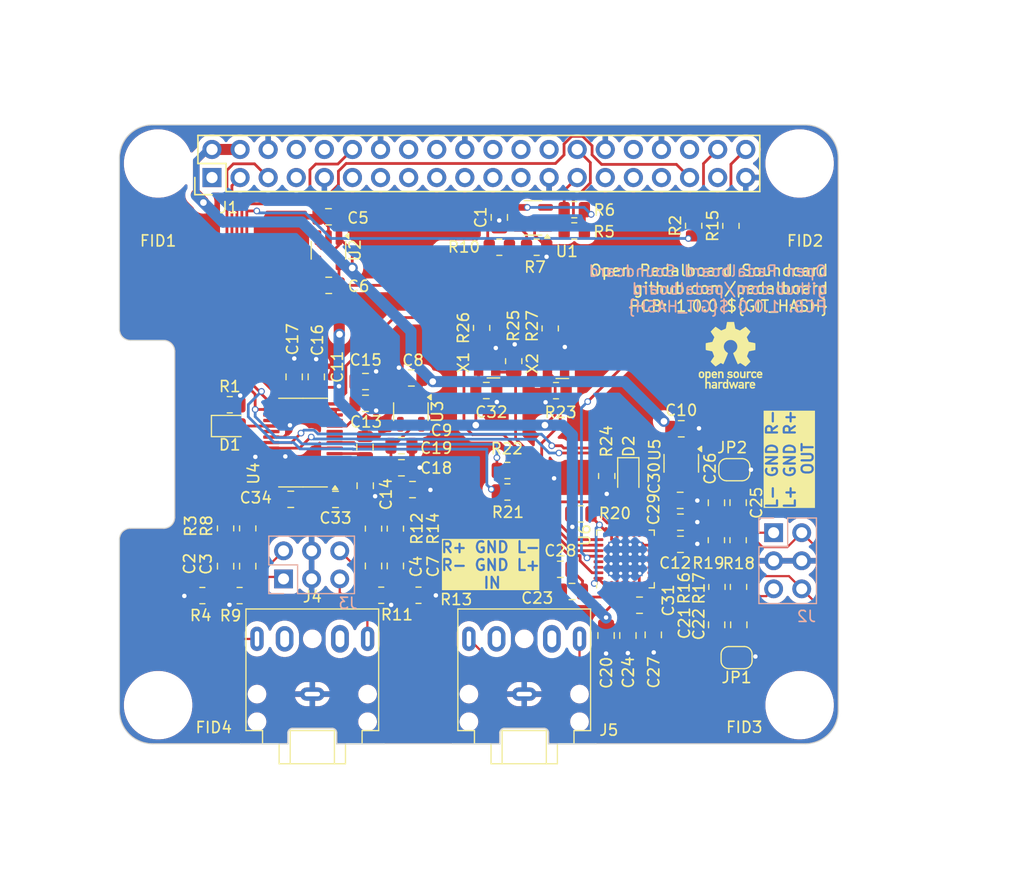
<source format=kicad_pcb>
(kicad_pcb (version 20240108) (generator "pcbnew") (generator_version "8.0")
  (title_block (title "Open Pedalboard Soundcard") (date "2024-10-16") (rev "1.0.0") (company "github.com/pedalboard") (comment 1 "Source Code: https://github.com/pedalboard/pedalboard-hw") (comment 2 "License: CERN Open Hardware Licence Version 2 - Permissive") (comment 3 "git hash: ${GIT_HASH}"))
  (layers (0 "F.Cu" signal) (31 "B.Cu" signal) (34 "B.Paste" user) (35 "F.Paste" user) (36 "B.SilkS" user "B.Silkscreen") (37 "F.SilkS" user "F.Silkscreen") (38 "B.Mask" user) (39 "F.Mask" user) (44 "Edge.Cuts" user))
  (net 0 "")
  (net 2 "GND")
  (net 3 "VDD")
  (net 4 "Net-(C2-Pad1)")
  (net 5 "/ADC/inr+")
  (net 6 "Net-(C3-Pad1)")
  (net 9 "/ADC/inr-")
  (net 12 "Net-(C4-Pad1)")
  (net 14 "/ADC/inl-")
  (net 20 "+5V")
  (net 25 "Net-(C7-Pad1)")
  (net 27 "/ADC/inl+")
  (net 28 "VDDF")
  (net 30 "Net-(U4-LDO)")
  (net 34 "VDDA")
  (net 35 "Net-(U4-VREF)")
  (net 38 "micbias")
  (net 39 "/DAC/outl+")
  (net 40 "/DAC/outl-")
  (net 41 "Net-(U6-LDOO)")
  (net 42 "/DAC/outr-")
  (net 43 "/DAC/outr+")
  (net 44 "Net-(U6-VNEG)")
  (net 45 "Net-(U6-CAPM)")
  (net 46 "Net-(U6-CAPP)")
  (net 47 "sda")
  (net 48 "scl")
  (net 49 "pcm_clk")
  (net 50 "/ID_SD")
  (net 51 "/ID_SC")
  (net 52 "pcm_fs")
  (net 53 "DOUT")
  (net 54 "Net-(J1-BCM21_SCLK_PCM_DO)")
  (net 55 "Net-(D1-K)")
  (net 56 "Net-(U4-DOUT)")
  (net 57 "Net-(U4-VINR1{slash}VIN2P)")
  (net 58 "Net-(U1-WP)")
  (net 59 "Net-(U4-VINR2{slash}VIN2M)")
  (net 60 "Net-(U4-VINL2{slash}VIN1M)")
  (net 61 "Net-(U4-VINL1{slash}VIN1P)")
  (net 62 "DIN")
  (net 63 "Net-(U6-OUTLP)")
  (net 64 "Net-(U6-OUTLN)")
  (net 65 "Net-(U6-OUTRN)")
  (net 66 "Net-(U6-OUTRP)")
  (net 67 "Net-(U6-ADR1)")
  (net 68 "Net-(U6-LRCK)")
  (net 69 "Net-(U6-BCK)")
  (net 70 "Net-(U6-GPIO3)")
  (net 71 "Net-(D2-K)")
  (net 72 "Net-(U6-GPIO6)")
  (net 73 "Net-(X1-OUT)")
  (net 74 "master_clk")
  (net 75 "Net-(X2-OUT)")
  (net 82 "Net-(D1-A)")
  (net 89 "Net-(D2-A)")
  (net 96 "Net-(JP1-B)")
  (net 97 "Net-(JP2-B)")
  (footprint "pedalboard-soundcard:RPi_Hat_Mounting_Hole" (layer "F.Cu") (at 110 56)
    (property "Reference" "H4" (hide yes))
    (property "Value" "MountingHole" (hide yes))
  )
  (footprint "pedalboard-soundcard:RPi_Hat_Mounting_Hole" (layer "F.Cu") (at 52 56)
    (property "Reference" "H3" (hide yes))
    (property "Value" "MountingHole" (hide yes))
  )
  (footprint "pedalboard-soundcard:RPi_Hat_Mounting_Hole" (layer "F.Cu") (at 52 105)
    (property "Reference" "H1" (hide yes))
    (property "Value" "MountingHole" (hide yes))
  )
  (footprint "pedalboard-soundcard:RPi_Hat_Mounting_Hole" (layer "F.Cu") (at 110 105)
    (property "Reference" "H2" (hide yes))
    (property "Value" "MountingHole" (hide yes))
  )
  (footprint "pedalboard-soundcard:Pin_Header_Straight_2x20" (layer "F.Cu") (at 81 56 90)
    (property "Reference" "J1")
    (property "Value" "RPi_GPIO")
  )
  (footprint "Jumper:SolderJumper-2_P1.3mm_Open_RoundedPad1.0x1.5mm" (layer "F.Cu") (at 104.3 100.7 180)
    (property "Reference" "JP1")
    (property "Value" "SJP")
  )
  (footprint "Resistor_SMD:R_0805_2012Metric" (layer "F.Cu") (at 86.225 63.575)
    (property "Reference" "R7")
    (property "Value" "3K9")
  )
  (footprint "PCM_kikit:Tab" (layer "F.Cu") (at 114 65 180)
    (property "Reference" "T4" (hide yes))
    (property "Value" "Tab")
  )
  (footprint "Resistor_SMD:R_0805_2012Metric" (layer "F.Cu") (at 84.15 73.88 90)
    (property "Reference" "R25")
    (property "Value" "10K")
  )
  (footprint "Capacitor_SMD:C_0805_2012Metric" (layer "F.Cu") (at 102.5 97.73 -90)
    (property "Reference" "C21")
    (property "Value" "2,2nF50V")
  )
  (footprint "pedalboard-soundcard:Oscillator_SMD_Abracon_ASDMB-4Pin_2.5x2.0mm" (layer "F.Cu") (at 81.75 74.05 90)
    (property "Reference" "X1")
    (property "Value" "22.5792Mhz")
  )
  (footprint "Fiducial:Fiducial_0.75mm_Mask1.5mm" (layer "F.Cu") (at 57 105)
    (property "Reference" "FID4")
    (property "Value" "Fiducial")
  )
  (footprint "Package_TO_SOT_SMD:SOT-23-5" (layer "F.Cu") (at 67.4 63.85 -90)
    (property "Reference" "U2")
    (property "Value" "NCP163")
  )
  (footprint "Resistor_SMD:R_0805_2012Metric" (layer "F.Cu") (at 102.525 94.305 -90)
    (property "Reference" "R16")
    (property "Value" "470R")
  )
  (footprint "Capacitor_SMD:C_0805_2012Metric" (layer "F.Cu") (at 60.1 92.43 -90)
    (property "Reference" "C3")
    (property "Value" "10uF16V")
  )
  (footprint "Capacitor_SMD:C_0805_2012Metric" (layer "F.Cu") (at 66.3 75.3 90)
    (property "Reference" "C16")
    (property "Value" "100nF25V")
  )
  (footprint "Capacitor_SMD:C_0805_2012Metric" (layer "F.Cu") (at 81.675 76.54)
    (property "Reference" "C32")
    (property "Value" "100nF25V")
  )
  (footprint "Resistor_SMD:R_0805_2012Metric" (layer "F.Cu") (at 89.625 62.1)
    (property "Reference" "R5")
    (property "Value" "3K9")
  )
  (footprint "Resistor_SMD:R_0805_2012Metric" (layer "F.Cu") (at 82.85 63.575)
    (property "Reference" "R10")
    (property "Value" "3K9")
  )
  (footprint "pedalboard-soundcard:Oscillator_SMD_Abracon_ASDMB-4Pin_2.5x2.0mm" (layer "F.Cu") (at 87.975 74.1 90)
    (property "Reference" "X2")
    (property "Value" "24.576Mhz")
  )
  (footprint "LED_SMD:LED_0805_2012Metric" (layer "F.Cu") (at 94.51 84.3 -90)
    (property "Reference" "D2")
    (property "Value" "LED")
  )
  (footprint "Capacitor_SMD:C_0805_2012Metric" (layer "F.Cu") (at 70.725 85.15 90)
    (property "Reference" "C14")
    (property "Value" "100nF25V")
  )
  (footprint "Capacitor_SMD:C_0805_2012Metric" (layer "F.Cu") (at 88.37 92.71)
    (property "Reference" "C28")
    (property "Value" "100nF25V")
  )
  (footprint "Capacitor_SMD:C_0805_2012Metric" (layer "F.Cu") (at 70.75 77.7)
    (property "Reference" "C11")
    (property "Value" "100nF25V")
  )
  (footprint "Capacitor_SMD:C_0805_2012Metric" (layer "F.Cu") (at 71.475 92.41 -90)
    (property "Reference" "C4")
    (property "Value" "10uF16V")
  )
  (footprint "Resistor_SMD:R_0805_2012Metric" (layer "F.Cu") (at 72.17 95.06 180)
    (property "Reference" "R11")
    (property "Value" "100K")
  )
  (footprint "Capacitor_SMD:C_0805_2012Metric" (layer "F.Cu") (at 73.45 92.41 -90)
    (property "Reference" "C7")
    (property "Value" "10uF16V")
  )
  (footprint "Fiducial:Fiducial_0.75mm_Mask1.5mm" (layer "F.Cu") (at 52 61)
    (property "Reference" "FID1")
    (property "Value" "Fiducial")
  )
  (footprint "Capacitor_SMD:C_0805_2012Metric" (layer "F.Cu") (at 94.475 98.7 90)
    (property "Reference" "C24")
    (property "Value" "1uF16V")
  )
  (footprint "Fiducial:Fiducial_0.75mm_Mask1.5mm" (layer "F.Cu") (at 110 61)
    (property "Reference" "FID2")
    (property "Value" "Fiducial")
  )
  (footprint "Capacitor_SMD:C_0805_2012Metric" (layer "F.Cu") (at 67.425 67.025 180)
    (property "Reference" "C6")
    (property "Value" "10uF16V")
  )
  (footprint "Resistor_SMD:R_0805_2012Metric" (layer "F.Cu") (at 102.475 90.0775 90)
    (property "Reference" "R19")
    (property "Value" "470R")
  )
  (footprint "Capacitor_SMD:C_0805_2012Metric" (layer "F.Cu") (at 89.42 94.72)
    (property "Reference" "C23")
    (property "Value" "1uF16V")
  )
  (footprint "Resistor_SMD:R_0805_2012Metric" (layer "F.Cu") (at 71.475 89.03 -90)
    (property "Reference" "R12")
    (property "Value" "100R")
  )
  (footprint "Capacitor_SMD:C_0805_2012Metric" (layer "F.Cu") (at 74 81.525)
    (property "Reference" "C9")
    (property "Value" "10uF16V")
  )
  (footprint "Connector_Audio:Jack_3.5mm_CUI_SJ1-3525N_Horizontal" (layer "F.Cu") (at 65.94 104)
    (property "Reference" "J4")
    (property "Value" "Audio_Jack")
    (fp_line (start -2.2 3.5) (end -2.2 4.5) (stroke (width 0.12)) (layer "Edge.Cuts"))
    (fp_line (start -2.2 4.5) (end -6.5 4.5) (stroke (width 0.12)) (layer "Edge.Cuts"))
    (fp_line (start 1.8 3.1) (end -1.8 3.1) (stroke (width 0.12)) (layer "Edge.Cuts"))
    (fp_line (start 2.2 3.5) (end 2.2 4.5) (stroke (width 0.12)) (layer "Edge.Cuts"))
    (fp_line (start 2.2 4.5) (end 6.5 4.5) (stroke (width 0.12)) (layer "Edge.Cuts"))
    (fp_arc (start -2.2 3.5) (mid -2.082842 3.217158) (end -1.8 3.1) (stroke (width 0.12)) (layer "Edge.Cuts"))
    (fp_arc (start 1.8 3.1) (mid 2.082843 3.217157) (end 2.2 3.5) (stroke (width 0.12)) (layer "Edge.Cuts"))
  )
  (footprint "Resistor_SMD:R_0805_2012Metric" (layer "F.Cu") (at 75.54 95.06 180)
    (property "Reference" "R13")
    (property "Value" "100K")
  )
  (footprint "Capacitor_SMD:C_0805_2012Metric" (layer "F.Cu") (at 102.48 86.6925 90)
    (property "Reference" "C26")
    (property "Value" "2,2nF50V")
  )
  (footprint "Resistor_SMD:R_0805_2012Metric" (layer "F.Cu") (at 58.48 77.825)
    (property "Reference" "R1")
    (property "Value" "10K")
  )
  (footprint "Capacitor_SMD:C_0805_2012Metric" (layer "F.Cu") (at 67.4 60.82 180)
    (property "Reference" "C5")
    (property "Value" "10uF16V")
  )
  (footprint "Capacitor_SMD:C_0805_2012Metric" (layer "F.Cu") (at 70.7 81.65 -90)
    (property "Reference" "C13")
    (property "Value" "1uF16V")
  )
  (footprint "Resistor_SMD:R_0805_2012Metric" (layer "F.Cu") (at 103.79 61.64 90)
    (property "Reference" "R15")
    (property "Value" "100R")
  )
  (footprint "Symbol:OSHW-Logo_5.7x6mm_SilkScreen" (layer "F.Cu") (at 103.75 73.35)
    (property "Reference" "SYM1" (hide yes))
    (property "Value" "Logo_Open_Hardware_Small" (hide yes))
  )
  (footprint "Capacitor_SMD:C_0805_2012Metric" (layer "F.Cu") (at 70.75 75.725)
    (property "Reference" "C15")
    (property "Value" "10uF16V")
  )
  (footprint "Capacitor_SMD:C_0805_2012Metric" (layer "F.Cu") (at 99.2 86.475 180)
    (property "Reference" "C30")
    (property "Value" "1uF16V")
  )
  (footprint "Capacitor_SMD:C_0805_2012Metric" (layer "F.Cu") (at 104.44 86.6775 90)
    (property "Reference" "C25")
    (property "Value" "2,2nF50V")
  )
  (footprint "Resistor_SMD:R_0805_2012Metric" (layer "F.Cu") (at 87.975 76.55 180)
    (property "Reference" "R23")
    (property "Value" "10K")
  )
  (footprint "Capacitor_SMD:C_0805_2012Metric" (layer "F.Cu") (at 95.525 95.96 180)
    (property "Reference" "C31")
    (property "Value" "1uF16V")
  )
  (footprint "PCM_kikit:Tab" (layer "F.Cu") (at 100 109 90)
    (property "Reference" "T1" (hide yes))
    (property "Value" "Tab")
  )
  (footprint "LED_SMD:LED_0805_2012Metric" (layer "F.Cu") (at 58.505 79.75)
    (property "Reference" "D1")
    (property "Value" "LED")
  )
  (footprint "pedalboard-soundcard:HVQFN-32-1EP_5x5mm_P0.5mm_EP3.1x3.1mm_ThermalVias" (layer "F.Cu") (at 94.25 91.777 90)
    (property "Reference" "U6")
    (property "Value" "PCM5242RHBR")
  )
  (footprint "Package_TO_SOT_SMD:SOT-23-5" (layer "F.Cu") (at 99.3 83.125 -90)
    (property "Reference" "U5")
    (property "Value" "NCP163")
  )
  (footprint "Capacitor_SMD:C_0805_2012Metric" (layer "F.Cu") (at 74.9 75.4 180)
    (property "Reference" "C8")
    (property "Value" "10uF16V")
  )
  (footprint "Resistor_SMD:R_0805_2012Metric" (layer "F.Cu") (at 83.58 85.72)
    (property "Reference" "R21")
    (property "Value" "100R")
  )
  (footprint "Jumper:SolderJumper-2_P1.3mm_Open_RoundedPad1.0x1.5mm" (layer "F.Cu") (at 104.1 83.7 180)
    (property "Reference" "JP2")
    (property "Value" "SJP")
  )
  (footprint "Resistor_SMD:R_0805_2012Metric" (layer "F.Cu") (at 60.1 89.01 -90)
    (property "Reference" "R8")
    (property "Value" "100R")
  )
  (footprint "Resistor_SMD:R_0805_2012Metric" (layer "F.Cu") (at 73.45 89.03 -90)
    (property "Reference" "R14")
    (property "Value" "100R")
  )
  (footprint "Capacitor_SMD:C_0805_2012Metric" (layer "F.Cu") (at 63.99 86.38)
    (property "Reference" "C34")
    (property "Value" "10nF")
  )
  (footprint "Capacitor_SMD:C_0805_2012Metric" (layer "F.Cu") (at 99.225 90.45)
    (property "Reference" "C12")
    (property "Value" "10uF16V")
  )
  (footprint "Capacitor_SMD:C_0805_2012Metric" (layer "F.Cu") (at 104.5 97.73 -90)
    (property "Reference" "C22")
    (property "Value" "2,2nF50V")
  )
  (footprint "Capacitor_SMD:C_0805_2012Metric" (layer "F.Cu") (at 96.77 98.64 90)
    (property "Reference" "C27")
    (property "Value" "1uF16V")
  )
  (footprint "Resistor_SMD:R_0805_2012Metric" (layer "F.Cu") (at 83.58 83.77)
    (property "Reference" "R22")
    (property "Value" "100R")
  )
  (footprint "Fiducial:Fiducial_0.75mm_Mask1.5mm" (layer "F.Cu") (at 105 105)
    (property "Reference" "FID3")
    (property "Value" "Fiducial")
  )
  (footprint "PCM_kikit:Tab" (layer "F.Cu") (at 100 52 -90)
    (property "Reference" "T3" (hide yes))
    (property "Value" "Tab")
  )
  (footprint "Resistor_SMD:R_0805_2012Metric" (layer "F.Cu") (at 104.44 90.0775 90)
    (property "Reference" "R18")
    (property "Value" "470R")
  )
  (footprint "Capacitor_SMD:C_0805_2012Metric" (layer "F.Cu") (at 99.225 88.45)
    (property "Reference" "C29")
    (property "Value" "100nF25V")
  )
  (footprint "Connector_Audio:Jack_3.5mm_CUI_SJ1-3525N_Horizontal" (layer "F.Cu") (at 85.1 104)
    (property "Reference" "J5")
    (property "Value" "Audio_Jack")
    (fp_line (start -2.2 3.5) (end -2.2 4.5) (stroke (width 0.12)) (layer "Edge.Cuts"))
    (fp_line (start -2.2 4.5) (end -6.5 4.5) (stroke (width 0.12)) (layer "Edge.Cuts"))
    (fp_line (start 1.8 3.1) (end -1.8 3.1) (stroke (width 0.12)) (layer "Edge.Cuts"))
    (fp_line (start 2.2 3.5) (end 2.2 4.5) (stroke (width 0.12)) (layer "Edge.Cuts"))
    (fp_line (start 2.2 4.5) (end 6.5 4.5) (stroke (width 0.12)) (layer "Edge.Cuts"))
    (fp_arc (start -2.2 3.5) (mid -2.082842 3.217158) (end -1.8 3.1) (stroke (width 0.12)) (layer "Edge.Cuts"))
    (fp_arc (start 1.8 3.1) (mid 2.082843 3.217157) (end 2.2 3.5) (stroke (width 0.12)) (layer "Edge.Cuts"))
  )
  (footprint "Package_SO:TSSOP-30_4.4x7.8mm_P0.5mm" (layer "F.Cu") (at 65.1 81.25 180)
    (property "Reference" "U4")
    (property "Value" "PCM1863DBT")
  )
  (footprint "Package_TO_SOT_SMD:SOT-23-5" (layer "F.Cu") (at 74.85 78.45 -90)
    (property "Reference" "U3")
    (property "Value" "NCP163")
  )
  (footprint "Resistor_SMD:R_0805_2012Metric" (layer "F.Cu") (at 81.25 70.87 90)
    (property "Reference" "R26")
    (property "Value" "100R")
  )
  (footprint "Capacitor_SMD:C_0805_2012Metric" (layer "F.Cu") (at 82.85 60.875 90)
    (property "Reference" "C1")
    (property "Value" "100nF25V")
  )
  (footprint "Capacitor_SMD:C_0805_2012Metric" (layer "F.Cu") (at 68.04 86.39 180)
    (property "Reference" "C33")
    (property "Value" "10nF")
  )
  (footprint "Resistor_SMD:R_0805_2012Metric" (layer "F.Cu") (at 58.1 89.01 -90)
    (property "Reference" "R3")
    (property "Value" "100R")
  )
  (footprint "Resistor_SMD:R_0805_2012Metric" (layer "F.Cu") (at 87.45 70.92 90)
    (property "Reference" "R27")
    (property "Value" "100R")
  )
  (footprint "Capacitor_SMD:C_0805_2012Metric" (layer "F.Cu") (at 92.5 98.7 90)
    (property "Reference" "C20")
    (property "Value" "100nF25V")
  )
  (footprint "Resistor_SMD:R_0805_2012Metric" (layer "F.Cu") (at 104.475 94.305 -90)
    (property "Reference" "R17")
    (property "Value" "470R")
  )
  (footprint "Resistor_SMD:R_0805_2012Metric" (layer "F.Cu") (at 92.56 84.27 90)
    (property "Reference" "R24")
    (property "Value" "10K")
  )
  (footprint "Capacitor_SMD:C_0805_2012Metric" (layer "F.Cu") (at 99.3 80)
    (property "Reference" "C10")
    (property "Value" "10uF16V")
  )
  (footprint "Resistor_SMD:R_0805_2012Metric" (layer "F.Cu") (at 90.225 87.7 180)
    (property "Reference" "R20")
    (property "Value" "10K")
  )
  (footprint "Resistor_SMD:R_0805_2012Metric" (layer "F.Cu") (at 59.37 95.09)
    (property "Reference" "R9")
    (property "Value" "100K")
  )
  (footprint "Capacitor_SMD:C_0805_2012Metric" (layer "F.Cu") (at 75 85.5)
    (property "Reference" "C18")
    (property "Value" "1uF16V")
  )
  (footprint "PCM_kikit:Tab" (layer "F.Cu") (at 48 65)
    (property "Reference" "T2" (hide yes))
    (property "Value" "Tab")
  )
  (footprint "Resistor_SMD:R_0805_2012Metric" (layer "F.Cu") (at 89.625 60.175)
    (property "Reference" "R6")
    (property "Value" "3K9")
  )
  (footprint "Resistor_SMD:R_0805_2012Metric" (layer "F.Cu") (at 100.42 61.63 90)
    (property "Reference" "R2")
    (property "Value" "100R")
  )
  (footprint "Capacitor_SMD:C_0805_2012Metric" (layer "F.Cu") (at 74 83.525)
    (property "Reference" "C19")
    (property "Value" "100nF25V")
  )
  (footprint "Capacitor_SMD:C_0805_2012Metric" (layer "F.Cu") (at 58.1 92.43 -90)
    (property "Reference" "C2")
    (property "Value" "10uF16V")
  )
  (footprint "Resistor_SMD:R_0805_2012Metric" (layer "F.Cu") (at 56 95.09)
    (property "Reference" "R4")
    (property "Value" "100K")
  )
  (footprint "Package_TO_SOT_SMD:SOT-23-5" (layer "F.Cu") (at 85.89 60.92 180)
    (property "Reference" "U1")
    (property "Value" "AT24CS01-STUM")
  )
  (footprint "Capacitor_SMD:C_0805_2012Metric" (layer "F.Cu") (at 64.3 75.3 90)
    (property "Reference" "C17")
    (property "Value" "1uF16V")
  )
  (footprint "pedalboard-soundcard:PinSocket_2x03_P2.54mm_Vertical" (layer "B.Cu") (at 63.34 93.58 -90)
    (property "Reference" "J3")
    (property "Value" "Conn_02x03_Odd_Even")
  )
  (footprint "pedalboard-soundcard:PinSocket_2x03_P2.54mm_Vertical" (layer "B.Cu") (at 107.65 89.4 180)
    (property "Reference" "J2")
    (property "Value" "Conn_02x03_Odd_Even")
  )
  (gr_arc (start 51.5 108.5) (mid 49.37868 107.62132) (end 48.5 105.5) (stroke (width 0.1)) (layer "Edge.Cuts"))
  (gr_arc (start 113.5 105.5) (mid 112.62132 107.62132) (end 110.5 108.5) (stroke (width 0.1)) (layer "Edge.Cuts"))
  (gr_arc (start 49.5 72) (mid 48.792893 71.707107) (end 48.5 71) (stroke (width 0.1)) (layer "Edge.Cuts"))
  (gr_arc (start 52.5 72) (mid 53.207107 72.292893) (end 53.5 73) (stroke (width 0.1)) (layer "Edge.Cuts"))
  (gr_arc (start 53.5 88) (mid 53.207107 88.707107) (end 52.5 89) (stroke (width 0.1)) (layer "Edge.Cuts"))
  (gr_arc (start 48.5 90) (mid 48.792893 89.292893) (end 49.5 89) (stroke (width 0.1)) (layer "Edge.Cuts"))
  (gr_arc (start 48.5 55.5) (mid 49.37868 53.37868) (end 51.5 52.5) (stroke (width 0.1)) (layer "Edge.Cuts"))
  (gr_line (start 51.5 52.5) (end 110.5 52.5) (stroke (width 0.1)) (layer "Edge.Cuts"))
  (gr_arc (start 110.5 52.5) (mid 112.62132 53.37868) (end 113.5 55.5) (stroke (width 0.1)) (layer "Edge.Cuts"))
  (gr_line (start 72.44 108.5) (end 78.6 108.5) (stroke (width 0.1)) (layer "Edge.Cuts"))
  (gr_line (start 48.5 55.5) (end 48.5 71) (stroke (width 0.1)) (layer "Edge.Cuts"))
  (gr_line (start 53.5 73) (end 53.5 88) (stroke (width 0.1)) (layer "Edge.Cuts"))
  (gr_line (start 49.5 72) (end 52.5 72) (stroke (width 0.1)) (layer "Edge.Cuts"))
  (gr_line (start 48.5 90) (end 48.5 105.5) (stroke (width 0.1)) (layer "Edge.Cuts"))
  (gr_line (start 51.5 108.5) (end 59.44 108.5) (stroke (width 0.1)) (layer "Edge.Cuts"))
  (gr_line (start 91.6 108.5) (end 110.5 108.5) (stroke (width 0.1)) (layer "Edge.Cuts"))
  (gr_line (start 113.5 55.5) (end 113.5 105.5) (stroke (width 0.1)) (layer "Edge.Cuts"))
  (gr_line (start 49.5 89) (end 52.5 89) (stroke (width 0.1)) (layer "Edge.Cuts"))
  (gr_text "${TITLE}\n${COMPANY}\nPCB: ${REVISION} ${GIT_HASH}" (at 112.55 69.54 0) (layer "B.SilkS") (effects (font (size 1 1)) (justify left bottom mirror)))
  (gr_text "R+ GND L-\nR- GND L+\n     IN" (at 77.5 94.52 0) (layer "F.SilkS" knockout) (effects (font (size 1 1) (thickness 0.2) (bold yes)) (justify left bottom)))
  (gr_text "${TITLE}\n${COMPANY}\nPCB: ${REVISION} ${GIT_HASH}" (at 112.68 69.48 0) (layer "F.SilkS") (effects (font (size 1 1)) (justify right bottom)))
  (gr_text "L- GND R-\nL+ GND R+\n    OUT" (at 111.31 87.32 90) (layer "F.SilkS" knockout) (effects (font (size 1 1) (thickness 0.2) (bold yes)) (justify left bottom)))
  (segment (start 66.650001 81.749999) (end 66.65 81.75) (width 0.25) (layer "F.Cu") (net 2))
  (segment (start 93.499999 94.251999) (end 93.499999 92.527001) (width 0.25) (layer "F.Cu") (net 2))
  (segment (start 66.650001 79.249999) (end 66.65 79.25) (width 0.25) (layer "F.Cu") (net 2))
  (segment (start 83.07 60.92) (end 87.0275 60.92) (width 0.25) (layer "F.Cu") (net 2))
  (segment (start 100.25 80) (end 100.86 80) (width 0.25) (layer "F.Cu") (net 2))
  (segment (start 96.724999 90.026559) (end 96.724999 90.526685) (width 0.25) (layer "F.Cu") (net 2))
  (segment (start 82.84 61.15) (end 83.07 60.92) (width 0.25) (layer "F.Cu") (net 2))
  (segment (start 100.86 80) (end 100.9 79.96) (width 0.25) (layer "F.Cu") (net 2))
  (segment (start 68.049948 81.749999) (end 66.650001 81.749999) (width 0.25) (layer "F.Cu") (net 2))
  (segment (start 71.7 78.34) (end 71.71 78.35) (width 0.25) (layer "F.Cu") (net 2))
  (segment (start 105.9 100.7) (end 106 100.6) (width 0.25) (layer "F.Cu") (net 2))
  (segment (start 58.4575 95.9125) (end 58.45 95.92) (width 0.25) (layer "F.Cu") (net 2))
  (segment (start 59.3925 77.825) (end 59.3925 77.0175) (width 0.25) (layer "F.Cu") (net 2))
  (segment (start 82.85 61.825) (end 82.85 61.16) (width 0.25) (layer "F.Cu") (net 2))
  (segment (start 104.75 83.7) (end 105.6 83.7) (width 0.25) (layer "F.Cu") (net 2))
  (segment (start 67.4 61.725) (end 66.35 60.675) (width 0.25) (layer "F.Cu") (net 2))
  (segment (start 94.475 100.285) (end 94.47 100.29) (width 0.01) (layer "F.Cu") (net 2))
  (segment (start 73.95 75.4) (end 73.95 74.65) (width 0.25) (layer "F.Cu") (net 2))
  (segment (start 93.4626 90.17077) (end 93.499999 90.133371) (width 0.25) (layer "F.Cu") (net 2))
  (segment (start 100.175 90.45) (end 100.71 90.45) (width 0.25) (layer "F.Cu") (net 2))
  (segment (start 93 89.302001) (end 93 90.0169) (width 0.25) (layer "F.Cu") (net 2))
  (segment (start 61.079999 82.250001) (end 60.79 82.54) (width 0.25) (layer "F.Cu") (net 2))
  (segment (start 100.25 80) (end 99.3 80.95) (width 0.25) (layer "F.Cu") (net 2))
  (segment (start 71.7 75.725) (end 71.7 74.82) (width 0.25) (layer "F.Cu") (net 2))
  (segment (start 92.5 100.33) (end 92.5 99.65) (width 0.01) (layer "F.Cu") (net 2))
  (segment (start 68.049948 79.249999) (end 66.650001 79.249999) (width 0.25) (layer "F.Cu") (net 2))
  (segment (start 82.525 72.695) (end 82.53 72.69) (width 0.25) (layer "F.Cu") (net 2))
  (segment (start 64.3 73.65) (end 64.31 73.64) (width 0.25) (layer "F.Cu") (net 2))
  (segment (start 73.0825 95.06) (end 73.0825 95.9175) (width 0.25) (layer "F.Cu") (net 2))
  (segment (start 82.85 61.16) (end 82.84 61.15) (width 0.25) (layer "F.Cu") (net 2))
  (segment (start 75.635 83.525) (end 75.65 83.51) (width 0.25) (layer "F.Cu") (net 2))
  (segment (start 74.85 76.3) (end 74.85 77.3125) (width 0.25) (layer "F.Cu") (net 2))
  (segment (start 66.3 73.71) (end 66.29 73.7) (width 0.25) (layer "F.Cu") (net 2))
  (segment (start 100.74 88.45) (end 100.75 88.44) (width 0.25) (layer "F.Cu") (net 2))
  (segment (start 96.81 100.23) (end 96.77 100.19) (width 0.25) (layer "F.Cu") (net 2))
  (segment (start 62.150052 82.250001) (end 63.5 82.25) (width 0.25) (layer "F.Cu") (net 2))
  (segment (start 96.6875 90.527) (end 95.5 90.527) (width 0.25) (layer "F.Cu") (net 2))
  (segment (start 59.3925 77.0175) (end 59.42 76.99) (width 0.25) (layer "F.Cu") (net 2))
  (segment (start 93.30873 90.0169) (end 93.4626 90.17077) (width 0.25) (layer "F.Cu") (net 2))
  (segment (start 75.95 85.5) (end 76.59 85.5) (width 0.25) (layer "F.Cu") (net 2))
  (segment (start 92.56 85.1825) (end 92.56 85.89) (width 0.25) (layer "F.Cu") (net 2))
  (segment (start 104.95 100.7) (end 105.9 100.7) (width 0.25) (layer "F.Cu") (net 2))
  (segment (start 88.77 72.6) (end 88.75 72.62) (width 0.25) (layer "F.Cu") (net 2))
  (segment (start 63.92 79.68) (end 63.860001 79.739999) (width 0.25) (layer "F.Cu") (net 2))
  (segment (start 76.59 85.5) (end 76.62 85.53) (width 0.25) (layer "F.Cu") (net 2))
  (segment (start 63.5 82.25) (end 63.5 82.5) (width 0.25) (layer "F.Cu") (net 2))
  (segment (start 86.365001 60.92) (end 86.04 61.245001) (width 0.25) (layer "F.Cu") (net 2))
  (segment (start 93 90.0169) (end 93.30873 90.0169) (width 0.25) (layer "F.Cu") (net 2))
  (segment (start 99.3 80.95) (end 99.3 81.9875) (width 0.25) (layer "F.Cu") (net 2))
  (segment (start 63.88 80.22) (end 63.349999 80.750001) (width 0.25) (layer "F.Cu") (net 2))
  (segment (start 73.95 75.4) (end 74.85 76.3) (width 0.25) (layer "F.Cu") (net 2))
  (segment (start 62.150052 82.250001) (end 61.079999 82.250001) (width 0.25) (layer "F.Cu") (net 2))
  (segment (start 58.4575 95.09) (end 58.4575 95.9125) (width 0.25) (layer "F.Cu") (net 2))
  (segment (start 66.3 74.35) (end 66.3 73.71) (width 0.25) (layer "F.Cu") (net 2))
  (segment (start 87.0275 60.92) (end 86.365001 60.92) (width 0.25) (layer "F.Cu") (net 2))
  (segment (start 73.0825 95.9175) (end 73.07 95.93) (width 0.25) (layer "F.Cu") (net 2))
  (segment (start 88.75 72.62) (end 88.75 73.15) (width 0.25) (layer "F.Cu") (net 2))
  (segment (start 93.499999 92.527001) (end 94.25 91.777) (width 0.25) (layer "F.Cu") (net 2))
  (segment (start 63.349999 80.750001) (end 62.150052 80.750001) (width 0.25) (layer "F.Cu") (net 2))
  (segment (start 100.175 88.45) (end 100.74 88.45) (width 0.25) (layer "F.Cu") (net 2))
  (segment (start 87.0625 77.5675) (end 87.03 77.6) (width 0.25) (layer "F.Cu") (net 2))
  (segment (start 87.1375 64.4225) (end 87.12 64.44) (width 0.25) (layer "F.Cu") (net 2))
  (segment (start 64.3 74.35) (end 64.3 73.65) (width 0.25) (layer "F.Cu") (net 2))
  (segment (start 77.1 95.06) (end 77.11 95.07) (width 0.25) (layer "F.Cu") (net 2))
  (segment (start 100.15 86.475) (end 100.735 86.475) (width 0.25) (layer "F.Cu") (net 2))
  (segment (start 95.5 93.027) (end 94.683333 92.210333) (width 0.25) (layer "F.Cu") (net 2))
  (segment (start 86.04 61.245001) (end 86.04 62.4775) (width 0.25) (layer "F.Cu") (net 2))
  (segment (start 87.1375 63.575) (end 87.1375 64.4225) (width 0.25) (layer "F.Cu") (net 2))
  (segment (start 82.625 77.575) (end 82.625 76.6) (width 0.25) (layer "F.Cu") (net 2))
  (segment (start 71.62 86.1) (end 70.725 86.1) (width 0.25) (layer "F.Cu") (net 2))
  (segment (start 100.735 86.475) (end 100.75 86.49) (width 0.25) (layer "F.Cu") (net 2))
  (segment (start 95.5 94.251999) (end 95.5 93.027) (width 0.25) (layer "F.Cu") (net 2))
  (segment (start 86.04 62.4775) (end 87.1375 63.575) (width 0.25) (layer "F.Cu") (net 2))
  (segment (start 94.475 99.65) (end 94.475 100.285) (width 0.01) (layer "F.Cu") (net 2))
  (segment (start 71.7 77.7) (end 71.7 78.34) (width 0.25) (layer "F.Cu") (net 2))
  (segment (start 63.860001 80.22) (end 63.88 80.22) (width 0.25) (layer "F.Cu") (net 2))
  (segment (start 76.4525 95.06) (end 77.1 95.06) (width 0.25) (layer "F.Cu") (net 2))
  (segment (start 55.0875 95.09) (end 54.4 95.09) (width 0.25) (layer "F.Cu") (net 2))
  (segment (start 100.71 90.45) (end 100.75 90.41) (width 0.25) (layer "F.Cu") (net 2))
  (segment (start 63.5 82.75) (end 62.150052 82.75) (width 0.25) (layer "F.Cu") (net 2))
  (segment (start 54.4 95.09) (end 54.37 95.12) (width 0.25) (layer "F.Cu") (net 2))
  (segment (start 63.5 82.5) (end 63.5 82.75) (width 0.25) (layer "F.Cu") (net 2))
  (segment (start 95.5 90.527) (end 94.25 91.777) (width 0.25) (layer "F.Cu") (net 2))
  (segment (start 87.0625 76.625) (end 87.0625 77.5675) (width 0.25) (layer "F.Cu") (net 2))
  (segment (start 71.7 74.82) (end 71.71 74.81) (width 0.25) (layer "F.Cu") (net 2))
  (segment (start 84.24 72.36) (end 84.225 72.375) (width 0.01) (layer "F.Cu") (net 2))
  (segment (start 61 82.75) (end 62.150052 82.75) (width 0.25) (layer "F.Cu") (net 2))
  (segment (start 74.95 83.525) (end 75.635 83.525) (width 0.25) (layer "F.Cu") (net 2))
  (segment (start 93.499999 90.133371) (end 93.499999 89.302001) (width 0.25) (layer "F.Cu") (net 2))
  (segment (start 63.860001 79.739999) (end 63.860001 80.22) (width 0.25) (layer "F.Cu") (net 2))
  (segment (start 60.79 82.54) (end 61 82.75) (width 0.25) (layer "F.Cu") (net 2))
  (segment (start 67.4 62.7125) (end 67.4 61.725) (width 0.25) (layer "F.Cu") (net 2))
  (segment (start 84.225 72.375) (end 84.225 73.0875) (width 0.01) (layer "F.Cu") (net 2))
  (segment (start 82.525 73.225) (end 82.525 72.695) (width 0.25) (layer "F.Cu") (net 2))
  (segment (start 96.77 100.19) (end 96.77 99.59) (width 0.25) (layer "F.Cu") (net 2))
  (segment (start 73.95 74.65) (end 73.77 74.47) (width 0.25) (layer "F.Cu") (net 2))
  (via (at 100.75 88.44) (size 0.6) (drill 0.4) (layers "F.Cu" "B.Cu") (net 2))
  (via (at 92.5 100.33) (size 0.6) (drill 0.4) (layers "F.Cu" "B.Cu") (net 2))
  (via (at 87.8 84.48) (size 0.6) (drill 0.4) (layers "F.Cu" "B.Cu") (net 2))
  (via (at 77.11 95.07) (size 0.6) (drill 0.4) (layers "F.Cu" "B.Cu") (net 2))
  (via (at 64.31 73.64) (size 0.6) (drill 0.4) (layers "F.Cu" "B.Cu") (net 2))
  (via (at 82.625 77.575) (size 0.6) (drill 0.4) (layers "F.Cu" "B.Cu") (net 2))
  (via (at 60.79 82.54) (size 0.6) (drill 0.4) (layers "F.Cu" "B.Cu") (net 2))
  (via (at 73.07 95.93) (size 0.6) (drill 0.4) (layers "F.Cu" "B.Cu") (net 2))
  (via (at 100.9 79.96) (size 0.6) (drill 0.4) (layers "F.Cu" "B.Cu") (net 2))
  (via (at 82.84 61.15) (size 0.6) (drill 0.4) (layers "F.Cu" "B.Cu") (net 2))
  (via (at 84.24 72.36) (size 0.6) (drill 0.4) (layers "F.Cu" "B.Cu") (net 2))
  (via (at 92.56 85.89) (size 0.6) (drill 0.4) (layers "F.Cu" "B.Cu") (net 2))
  (via (at 73.77 74.47) (size 0.6) (drill 0.4) (layers "F.Cu" "B.Cu") (net 2))
  (via (at 87.12 64.44) (size 0.6) (drill 0.4) (layers "F.Cu" "B.Cu") (net 2))
  (via (at 100.75 86.49) (size 0.6) (drill 0.4) (layers "F.Cu" "B.Cu") (net 2))
  (via (at 88.77 72.6) (size 0.6) (drill 0.4) (layers "F.Cu" "B.Cu") (net 2))
  (via (at 59.42 76.99) (size 0.6) (drill 0.4) (layers "F.Cu" "B.Cu") (net 2))
  (via (at 106 100.6) (size 0.6) (drill 0.4) (layers "F.Cu" "B.Cu") (net 2))
  (via (at 96.81 100.23) (size 0.6) (drill 0.4) (layers "F.Cu" "B.Cu") (net 2))
  (via (at 75.65 83.51) (size 0.6) (drill 0.4) (layers "F.Cu" "B.Cu") (net 2))
  (via (at 71.62 86.1) (size 0.6) (drill 0.4) (layers "F.Cu" "B.Cu") (net 2))
  (via (at 63.5 82.5) (size 0.6) (drill 0.4) (layers "F.Cu" "B.Cu") (net 2))
  (via (at 105.6 83.7) (size 0.6) (drill 0.4) (layers "F.Cu" "B.Cu") (net 2))
  (via (at 71.71 78.35) (size 0.6) (drill 0.4) (layers "F.Cu" "B.Cu") (net 2))
  (via (at 82.53 72.69) (size 0.6) (drill 0.4) (layers "F.Cu" "B.Cu") (net 2))
  (via (at 66.29 73.7) (size 0.6) (drill 0.4) (layers "F.Cu" "B.Cu") (net 2))
  (via (at 76.62 85.53) (size 0.6) (drill 0.4) (layers "F.Cu" "B.Cu") (net 2))
  (via (at 58.45 95.92) (size 0.6) (drill 0.4) (layers "F.Cu" "B.Cu") (net 2))
  (via (at 71.71 74.81) (size 0.6) (drill 0.4) (layers "F.Cu" "B.Cu") (net 2))
  (via (at 94.47 100.29) (size 0.6) (drill 0.4) (layers "F.Cu" "B.Cu") (net 2))
  (via (at 87.03 77.6) (size 0.6) (drill 0.4) (layers "F.Cu" "B.Cu") (net 2))
  (via (at 100.75 90.41) (size 0.6) (drill 0.4) (layers "F.Cu" "B.Cu") (net 2))
  (via (at 63.92 79.68) (size 0.6) (drill 0.4) (layers "F.Cu" "B.Cu") (net 2))
  (via (at 54.37 95.12) (size 0.6) (drill 0.4) (layers "F.Cu" "B.Cu") (net 2))
  (segment (start 92.5 97.07) (end 92.5 97.75) (width 0.25) (layer "F.Cu") (net 3))
  (segment (start 90.5375 62.05) (end 90.5125 62.075) (width 0.25) (layer "F.Cu") (net 3))
  (segment (start 87.9 78.74) (end 87.9 75.5) (width 0.25) (layer "F.Cu") (net 3))
  (segment (start 67.058198 78.249998) (end 66.3 77.4918) (width 0.25) (layer "F.Cu") (net 3))
  (segment (start 94 94.251999) (end 94.5 94.251999) (width 0.25) (layer "F.Cu") (net 3))
  (segment (start 89.45 88.87) (end 89.3125 88.7325) (width 0.25) (layer "F.Cu") (net 3))
  (segment (start 81.8 60.975) (end 82.85 59.925) (width 0.25) (layer "F.Cu") (net 3))
  (segment (start 74.115 67.025) (end 77.565 63.575) (width 0.25) (layer "F.Cu") (net 3))
  (segment (start 80.975 76.35) (end 80.725 76.6) (width 0.25) (layer "F.Cu") (net 3))
  (segment (start 81.9375 63.575) (end 81.8 63.4375) (width 0.25) (layer "F.Cu") (net 3))
  (segment (start 80.72 79.6) (end 80.72 79.67) (width 0.25) (layer "F.Cu") (net 3))
  (segment (start 66.3 77.4918) (end 66.3 76.25) (width 0.25) (layer "F.Cu") (net 3))
  (segment (start 94.475 97.75) (end 92.5 97.75) (width 0.25) (layer "F.Cu") (net 3))
  (segment (start 87.9 75.5) (end 87.2 74.8) (width 0.25) (layer "F.Cu") (net 3))
  (segment (start 84.7075 59.925) (end 84.7525 59.97) (width 0.25) (layer "F.Cu") (net 3))
  (segment (start 68.049948 78.75) (end 68.049948 78.249998) (width 0.25) (layer "F.Cu") (net 3))
  (segment (start 68.375 67.025) (end 74.115 67.025) (width 0.25) (layer "F.Cu") (net 3))
  (segment (start 85.38 59.97) (end 84.7525 59.97) (width 0.25) (layer "F.Cu") (net 3))
  (segment (start 80.74 79.58) (end 80.72 79.6) (width 0.25) (layer "F.Cu") (net 3))
  (segment (start 89.3125 88.7325) (end 89.3125 87.825) (width 0.25) (layer "F.Cu") (net 3))
  (segment (start 90.9625 60.6) (end 90.5375 60.175) (width 0.25) (layer "F.Cu") (net 3))
  (segment (start 91.15 60.6) (end 90.9625 60.6) (width 0.25) (layer "F.Cu") (net 3))
  (segment (start 80.725 76.6) (end 80.725 79.565) (width 0.25) (layer "F.Cu") (net 3))
  (segment (start 81.8 63.4375) (end 81.8 60.975) (width 0.25) (layer "F.Cu") (net 3))
  (segment (start 90.5375 60.175) (end 90.5375 62.05) (width 0.25) (layer "F.Cu") (net 3))
  (segment (start 94 94.966998) (end 92.5 96.466998) (width 0.25) (layer "F.Cu") (net 3))
  (segment (start 86.97 79.67) (end 87.9 78.74) (width 0.25) (layer "F.Cu") (net 3))
  (segment (start 68.2505 76.25) (end 68.3505 76.15) (width 0.25) (layer "F.Cu") (net 3))
  (segment (start 66.3 76.25) (end 68.2505 76.25) (width 0.25) (layer "F.Cu") (net 3))
  (segment (start 68.049948 78.249998) (end 67.058198 78.249998) (width 0.25) (layer "F.Cu") (net 3))
  (segment (start 68.375 71.425) (end 68.375 67.025) (width 1) (layer "F.Cu") (net 3))
  (segment (start 80.725 79.565) (end 80.74 79.58) (width 0.25) (layer "F.Cu") (net 3))
  (segment (start 92.5 96.466998) (end 92.5 97.07) (width 0.25) (layer "F.Cu") (net 3))
  (segment (start 68.4 71.45) (end 68.375 71.425) (width 1) (layer "F.Cu") (net 3))
  (segment (start 94 94.251999) (end 94 94.966998) (width 0.25) (layer "F.Cu") (net 3))
  (segment (start 66.3 76.25) (end 64.3 76.25) (width 0.25) (layer "F.Cu") (net 3))
  (segment (start 68.35 64.9875) (end 68.35 67) (width 0.25) (layer "F.Cu") (net 3))
  (segment (start 77.565 63.575) (end 81.9375 63.575) (width 0.25) (layer "F.Cu") (net 3))
  (segment (start 82.85 59.925) (end 84.7075 59.925) (width 0.25) (layer "F.Cu") (net 3))
  (segment (start 80.975 74.875) (end 80.975 76.35) (width 0.25) (layer "F.Cu") (net 3))
  (segment (start 68.35 67) (end 68.375 67.025) (width 0.25) (layer "F.Cu") (net 3))
  (via (at 89.45 88.87) (size 0.6) (drill 0.4) (layers "F.Cu" "B.Cu") (net 3))
  (via (at 92.5 97.07) (size 0.6) (drill 0.4) (layers "F.Cu" "B.Cu") (net 3))
  (via (at 91.15 60.6) (size 0.6) (drill 0.4) (layers "F.Cu" "B.Cu") (net 3))
  (via (at 86.97 79.67) (size 1) (drill 0.6) (layers "F.Cu" "B.Cu") (net 3))
  (via (at 68.3505 76.15) (size 0.6) (drill 0.4) (layers "F.Cu" "B.Cu") (net 3))
  (via (at 80.72 79.67) (size 1) (drill 0.6) (layers "F.Cu" "B.Cu") (net 3))
  (via (at 85.38 59.97) (size 0.6) (drill 0.4) (layers "F.Cu" "B.Cu") (net 3))
  (via (at 68.4 71.45) (size 1) (drill 0.6) (layers "F.Cu" "B.Cu") (net 3))
  (segment (start 85.38 59.97) (end 90.52 59.97) (width 0.25) (layer "B.Cu") (net 3))
  (segment (start 89.45 94.06) (end 92.5 97.11) (width 1) (layer "B.Cu") (net 3))
  (segment (start 90.52 59.97) (end 91.15 60.6) (width 0.25) (layer "B.Cu") (net 3))
  (segment (start 92.5 97.11) (end 92.5 97.07) (width 1) (layer "B.Cu") (net 3))
  (segment (start 68.36 77.5) (end 70.53 79.67) (width 1) (layer "B.Cu") (net 3))
  (segment (start 88.56 79.67) (end 80.72 79.67) (width 1) (layer "B.Cu") (net 3))
  (segment (start 68.36 71.49) (end 68.36 76.15) (width 1) (layer "B.Cu") (net 3))
  (segment (start 89.45 88.87) (end 89.45 94.06) (width 1) (layer "B.Cu") (net 3))
  (segment (start 89.45 88.87) (end 89.45 80.56) (width 1) (layer "B.Cu") (net 3))
  (segment (start 68.4 71.45) (end 68.36 71.49) (width 1) (layer "B.Cu") (net 3))
  (segment (start 89.45 80.56) (end 88.56 79.67) (width 1) (layer "B.Cu") (net 3))
  (segment (start 70.53 79.67) (end 80.72 79.67) (width 1) (layer "B.Cu") (net 3))
  (segment (start 68.36 76.15) (end 68.36 77.5) (width 1) (layer "B.Cu") (net 3))
  (segment (start 68.36 76.15) (end 68.3505 76.15) (width 1) (layer "B.Cu") (net 3))
  (segment (start 58.1 91.5) (end 58.1 89.9625) (width 0.25) (layer "F.Cu") (net 4))
  (segment (start 59.12 92.38) (end 62 92.38) (width 0.2) (layer "F.Cu") (net 5))
  (segment (start 56.9125 94.5675) (end 56.9125 95.09) (width 0.2) (layer "F.Cu") (net 5))
  (segment (start 62 92.38) (end 63.34 91.04) (width 0.2) (layer "F.Cu") (net 5))
  (segment (start 56.9125 96.5825) (end 59.34 99.01) (width 0.2) (layer "F.Cu") (net 5))
  (segment (start 58.1 93.4) (end 59.12 92.38) (width 0.2) (layer "F.Cu") (net 5))
  (segment (start 56.9125 95.09) (end 56.9125 96.5825) (width 0.2) (layer "F.Cu") (net 5))
  (segment (start 59.34 99.01) (end 60.94 99.01) (width 0.2) (layer "F.Cu") (net 5))
  (segment (start 58.1 93.38) (end 56.9125 94.5675) (width 0.2) (layer "F.Cu") (net 5))
  (segment (start 60.1 91.5) (end 60.1 89.9625) (width 0.25) (layer "F.Cu") (net 6))
  (segment (start 60.1 93.4) (end 63.16 93.4) (width 0.2) (layer "F.Cu") (net 9))
  (segment (start 63.16 93.4) (end 63.34 93.58) (width 0.2) (layer "F.Cu") (net 9))
  (segment (start 60.1 94.9375) (end 60.1 93.4) (width 0.2) (layer "F.Cu") (net 9))
  (segment (start 71.475 91.46) (end 71.475 89.9425) (width 0.25) (layer "F.Cu") (net 12))
  (segment (start 71.475 94.8425) (end 71.2575 95.06) (width 0.2) (layer "F.Cu") (net 14))
  (segment (start 71.475 93.36) (end 71.475 94.8425) (width 0.2) (layer "F.Cu") (net 14))
  (segment (start 68.42 91.04) (end 70.74 93.36) (width 0.2) (layer "F.Cu") (net 14))
  (segment (start 70.74 93.36) (end 71.475 93.36) (width 0.2) (layer "F.Cu") (net 14))
  (segment (start 70.88 93.5) (end 71.475 93.5) (width 0.2) (layer "F.Cu") (net 14))
  (segment (start 68.35 62.7125) (end 68.35 60.775) (width 0.25) (layer "F.Cu") (net 20))
  (segment (start 73.9 77.3125) (end 73.9 77.974999) (width 0.25) (layer "F.Cu") (net 20))
  (segment (start 69.5495 65.45) (end 69.5495 63.912) (width 0.25) (layer "F.Cu") (net 20))
  (segment (start 98.35 81.9875) (end 98.35 80) (width 0.25) (layer "F.Cu") (net 20))
  (segment (start 56.095 59.535) (end 56.095 59.465) (width 0.5) (layer "F.Cu") (net 20))
  (segment (start 98.760001 83.06) (end 99.75 83.06) (width 0.25) (layer "F.Cu") (net 20))
  (segment (start 73.9 77.974999) (end 74.225001 78.3) (width 0.25) (layer "F.Cu") (net 20))
  (segment (start 56.495 54.73) (end 56.87 54.73) (width 0.5) (layer "F.Cu") (net 20))
  (segment (start 66.45 63.374999) (end 66.775001 63.7) (width 0.25) (layer "F.Cu") (net 20))
  (segment (start 75.8 75.45) (end 75.85 75.4) (width 0.25) (layer "F.Cu") (net 20))
  (segment (start 75.8 77.700908) (end 75.8 77.3125) (width 0.25) (layer "F.Cu") (net 20))
  (segment (start 75.200908 78.3) (end 75.8 77.700908) (width 0.25) (layer "F.Cu") (net 20))
  (segment (start 55.45 58.82) (end 55.45 55.775) (width 0.6) (layer "F.Cu") (net 20))
  (segment (start 100.25 82.56) (end 100.25 81.9875) (width 0.25) (layer "F.Cu") (net 20))
  (segment (start 98.35 81.9875) (end 98.35 82.649999) (width 0.25) (layer "F.Cu") (net 20))
  (segment (start 68.35 63.374999) (end 68.35 62.7125) (width 0.25) (layer "F.Cu") (net 20))
  (segment (start 76.5 75.4) (end 75.85 75.4) (width 0.25) (layer "F.Cu") (net 20))
  (segment (start 66.45 62.7125) (end 66.45 63.374999) (width 0.25) (layer "F.Cu") (net 20))
  (segment (start 69.5495 63.912) (end 68.35 62.7125) (width 0.25) (layer "F.Cu") (net 20))
  (segment (start 76.83 75.73) (end 76.5 75.4) (width 0.25) (layer "F.Cu") (net 20))
  (segment (start 75.8 77.3125) (end 75.8 75.45) (width 0.25) (layer "F.Cu") (net 20))
  (segment (start 98.35 79.94) (end 98.35 80) (width 0.25) (layer "F.Cu") (net 20))
  (segment (start 56.87 54.73) (end 59.41 54.73) (width 1) (layer "F.Cu") (net 20))
  (segment (start 74.225001 78.3) (end 75.200908 78.3) (width 0.25) (layer "F.Cu") (net 20))
  (segment (start 98.35 82.649999) (end 98.760001 83.06) (width 0.25) (layer "F.Cu") (net 20))
  (segment (start 56.095 59.465) (end 55.45 58.82) (width 1) (layer "F.Cu") (net 20))
  (segment (start 55.45 55.775) (end 56.495 54.73) (width 0.6) (layer "F.Cu") (net 20))
  (segment (start 68.024999 63.7) (end 68.35 63.374999) (width 0.25) (layer "F.Cu") (net 20))
  (segment (start 66.775001 63.7) (end 68.024999 63.7) (width 0.25) (layer "F.Cu") (net 20))
  (segment (start 97.735 79.325) (end 98.35 79.94) (width 0.25) (layer "F.Cu") (net 20))
  (segment (start 99.75 83.06) (end 100.25 82.56) (width 0.25) (layer "F.Cu") (net 20))
  (via (at 97.735 79.325) (size 1) (drill 0.6) (layers "F.Cu" "B.Cu") (net 20))
  (via (at 69.5495 65.45) (size 1) (drill 0.6) (layers "F.Cu" "B.Cu") (net 20))
  (via (at 76.83 75.73) (size 1) (drill 0.6) (layers "F.Cu" "B.Cu") (net 20))
  (via (at 56.095 59.535) (size 1) (drill 0.6) (layers "F.Cu" "B.Cu") (net 20))
  (segment (start 76.83 75.73) (end 94.14 75.73) (width 1) (layer "B.Cu") (net 20))
  (segment (start 56.87 54.73) (end 56.4764 54.73) (width 0.5) (layer "B.Cu") (net 20))
  (segment (start 56.4764 54.73) (end 55.45 55.7564) (width 0.6) (layer "B.Cu") (net 20))
  (segment (start 74.86 73.76) (end 74.86 71.18) (width 1) (layer "B.Cu") (net 20))
  (segment (start 64.97 61.29) (end 57.85 61.29) (width 1) (layer "B.Cu") (net 20))
  (segment (start 56.87 54.73) (end 56.5936 55.0064) (width 0.5) (layer "B.Cu") (net 20))
  (segment (start 55.45 55.7564) (end 55.45 58.89) (width 0.6) (layer "B.Cu") (net 20))
  (segment (start 57.85 61.29) (end 56.095 59.535) (width 1) (layer "B.Cu") (net 20))
  (segment (start 55.45 58.89) (end 57.87 61.31) (width 1) (layer "B.Cu") (net 20))
  (segment (start 76.83 75.73) (end 74.86 73.76) (width 1) (layer "B.Cu") (net 20))
  (segment (start 74.86 71.18) (end 64.97 61.29) (width 1) (layer "B.Cu") (net 20))
  (segment (start 94.14 75.73) (end 97.735 79.325) (width 1) (layer "B.Cu") (net 20))
  (segment (start 73.45 91.46) (end 73.45 89.9425) (width 0.25) (layer "F.Cu") (net 25))
  (segment (start 73.45 93.36) (end 73.285256 93.36) (width 0.2) (layer "F.Cu") (net 27))
  (segment (start 74.6275 94.5375) (end 74.6275 95.06) (width 0.2) (layer "F.Cu") (net 27))
  (segment (start 70.92 96.21) (end 70.92 99) (width 0.2) (layer "F.Cu") (net 27))
  (segment (start 73.285256 93.36) (end 72.07 94.575256) (width 0.2) (layer "F.Cu") (net 27))
  (segment (start 73.45 93.36) (end 74.6275 94.5375) (width 0.2) (layer "F.Cu") (net 27))
  (segment (start 71.07 96.06) (end 69.68 96.06) (width 0.2) (layer "F.Cu") (net 27))
  (segment (start 68.42 94.8) (end 68.42 93.58) (width 0.2) (layer "F.Cu") (net 27))
  (segment (start 72.07 94.575256) (end 72.07 95.744744) (width 0.2) (layer "F.Cu") (net 27))
  (segment (start 71.07 96.06) (end 70.92 96.21) (width 0.2) (layer "F.Cu") (net 27))
  (segment (start 71.754744 96.06) (end 71.07 96.06) (width 0.2) (layer "F.Cu") (net 27))
  (segment (start 69.68 96.06) (end 68.42 94.8) (width 0.2) (layer "F.Cu") (net 27))
  (segment (start 72.07 95.744744) (end 71.754744 96.06) (width 0.2) (layer "F.Cu") (net 27))
  (segment (start 73.55 84.05) (end 74.05 84.55) (width 0.25) (layer "F.Cu") (net 28))
  (segment (start 73.05 83.15) (end 73.425 83.525) (width 0.25) (layer "F.Cu") (net 28))
  (segment (start 73.05 83.525) (end 73.55 84.025) (width 0.25) (layer "F.Cu") (net 28))
  (segment (start 75.238408 79.5875) (end 73.300908 81.525) (width 0.25) (layer "F.Cu") (net 28))
  (segment (start 69.7 81.25) (end 70.05 81.6) (width 0.25) (layer "F.Cu") (net 28))
  (segment (start 72.975 81.6) (end 73.05 81.525) (width 0.25) (layer "F.Cu") (net 28))
  (segment (start 73.55 84.025) (end 73.55 84.05) (width 0.25) (layer "F.Cu") (net 28))
  (segment (start 70.05 81.6) (end 72.975 81.6) (width 0.25) (layer "F.Cu") (net 28))
  (segment (start 68.049948 81.25) (end 69.7 81.25) (width 0.25) (layer "F.Cu") (net 28))
  (segment (start 74.05 84.55) (end 74.05 85.5) (width 0.25) (layer "F.Cu") (net 28))
  (segment (start 73.05 81.525) (end 73.05 83.15) (width 0.25) (layer "F.Cu") (net 28))
  (segment (start 75.8 79.5875) (end 75.238408 79.5875) (width 0.25) (layer "F.Cu") (net 28))
  (segment (start 73.300908 81.525) (end 73.05 81.525) (width 0.25) (layer "F.Cu") (net 28))
  (segment (start 69.8 77.7) (end 69.8 78.991696) (width 0.25) (layer "F.Cu") (net 30))
  (segment (start 69.8 78.991696) (end 69.041696 79.75) (width 0.25) (layer "F.Cu") (net 30))
  (segment (start 69.8 75.725) (end 69.8 77.7) (width 0.25) (layer "F.Cu") (net 30))
  (segment (start 69.041696 79.75) (end 68.049948 79.75) (width 0.25) (layer "F.Cu") (net 30))
  (segment (start 98.25 86.475) (end 100.25 84.475) (width 0.25) (layer "F.Cu") (net 34))
  (segment (start 97.698189 91.026811) (end 98.275 90.45) (width 0.25) (layer "F.Cu") (net 34))
  (segment (start 96.724999 91.026811) (end 97.698189 91.026811) (width 0.25) (layer "F.Cu") (net 34))
  (segment (start 98.275 86.5) (end 98.25 86.475) (width 0.25) (layer "F.Cu") (net 34))
  (segment (start 100.25 84.475) (end 100.25 84.2625) (width 0.25) (layer "F.Cu") (net 34))
  (segment (start 98.275 88.45) (end 98.275 86.5) (width 0.25) (layer "F.Cu") (net 34))
  (segment (start 98.275 90.45) (end 98.275 88.45) (width 0.25) (layer "F.Cu") (net 34))
  (segment (start 70.349998 82.249998) (end 70.7 82.6) (width 0.25) (layer "F.Cu") (net 35))
  (segment (start 68.049948 82.249998) (end 70.349998 82.249998) (width 0.25) (layer "F.Cu") (net 35))
  (segment (start 69.05 82.75) (end 67.9625 82.75) (width 0.25) (layer "F.Cu") (net 38))
  (segment (start 69.7 83.4) (end 69.05 82.75) (width 0.25) (layer "F.Cu") (net 38))
  (segment (start 69.7 83.4) (end 69.7 84) (width 0.25) (layer "F.Cu") (net 38))
  (segment (start 68.049948 82.75) (end 68.8 82.75) (width 0.25) (layer "F.Cu") (net 38))
  (segment (start 69.7 84) (end 69.9 84.2) (width 0.25) (layer "F.Cu") (net 38))
  (segment (start 69.9 84.2) (end 70.725 84.2) (width 0.25) (layer "F.Cu") (net 38))
  (segment (start 105.1 94.32) (end 103.3425 94.32) (width 0.2) (layer "F.Cu") (net 39))
  (segment (start 90.1 101.3) (end 90.83 102.03) (width 0.2) (layer "F.Cu") (net 39))
  (segment (start 90.83 102.03) (end 106.484314 102.03) (width 0.2) (layer "F.Cu") (net 39))
  (segment (start 103.3425 94.32) (end 102.525 95.1375) (width 0.2) (layer "F.Cu") (net 39))
  (segment (start 90.1 99) (end 90.1 101.3) (width 0.2) (layer "F.Cu") (net 39))
  (segment (start 111.822157 96.112157) (end 110.19 94.48) (width 0.2) (layer "F.Cu") (net 39))
  (segment (start 106.09 93.33) (end 105.1 94.32) (width 0.2) (layer "F.Cu") (net 39))
  (segment (start 102.525 95.2175) (end 102.525 96.755) (width 0.2) (layer "F.Cu") (net 39))
  (segment (start 109.04 93.33) (end 106.09 93.33) (width 0.2) (layer "F.Cu") (net 39))
  (segment (start 102.525 96.755) (end 102.5 96.78) (width 0.2) (layer "F.Cu") (net 39))
  (segment (start 106.484314 102.03) (end 111.822157 96.692157) (width 0.2) (layer "F.Cu") (net 39))
  (segment (start 111.822157 96.692157) (end 111.822157 96.112157) (width 0.2) (layer "F.Cu") (net 39))
  (segment (start 110.19 94.48) (end 109.04 93.33) (width 0.2) (layer "F.Cu") (net 39))
  (segment (start 104.475 95.2175) (end 104.475 96.755) (width 0.2) (layer "F.Cu") (net 40))
  (segment (start 104.475 96.755) (end 104.5 96.78) (width 0.2) (layer "F.Cu") (net 40))
  (segment (start 104.475 95.1375) (end 106.9925 95.1375) (width 0.2) (layer "F.Cu") (net 40))
  (segment (start 106.9925 95.1375) (end 107.65 94.48) (width 0.2) (layer "F.Cu") (net 40))
  (segment (start 93 94.251999) (end 93 94.967) (width 0.25) (layer "F.Cu") (net 41))
  (segment (start 90.869938 95.219938) (end 90.37 94.72) (width 0.25) (layer "F.Cu") (net 41))
  (segment (start 93 94.967) (end 92.747062 95.219938) (width 0.25) (layer "F.Cu") (net 41))
  (segment (start 92.747062 95.219938) (end 90.869938 95.219938) (width 0.25) (layer "F.Cu") (net 41))
  (segment (start 90.37 93.76) (end 89.32 92.71) (width 0.25) (layer "F.Cu") (net 41))
  (segment (start 90.37 94.72) (end 90.37 93.76) (width 0.25) (layer "F.Cu") (net 41))
  (segment (start 104.44 87.895) (end 104.44 89.165) (width 0.2) (layer "F.Cu") (net 42))
  (segment (start 104.675 89.4) (end 107.65 89.4) (width 0.2) (layer "F.Cu") (net 42))
  (segment (start 104.44 89.165) (end 104.675 89.4) (width 0.2) (layer "F.Cu") (net 42))
  (segment (start 108.89 90.7) (end 110.19 89.4) (width 0.2) (layer "F.Cu") (net 43))
  (segment (start 112.55 91.76) (end 112.55 96.53) (width 0.2) (layer "F.Cu") (net 43))
  (segment (start 106.649999 102.43) (end 90.664314 102.43) (width 0.2) (layer "F.Cu") (net 43))
  (segment (start 102.475 89.4325) (end 103.0925 90.05) (width 0.2) (layer "F.Cu") (net 43))
  (segment (start 106 90.05) (end 106.65 90.7) (width 0.2) (layer "F.Cu") (net 43))
  (segment (start 82.59 101.49) (end 80.1 99) (width 0.2) (layer "F.Cu") (net 43))
  (segment (start 112.55 96.53) (end 106.649999 102.43) (width 0.2) (layer "F.Cu") (net 43))
  (segment (start 90.664314 102.43) (end 89.724314 101.49) (width 0.2) (layer "F.Cu") (net 43))
  (segment (start 102.48 87.91) (end 102.48 89.4275) (width 0.2) (layer "F.Cu") (net 43))
  (segment (start 103.0925 90.05) (end 106 90.05) (width 0.2) (layer "F.Cu") (net 43))
  (segment (start 106.65 90.7) (end 108.89 90.7) (width 0.2) (layer "F.Cu") (net 43))
  (segment (start 110.19 89.4) (end 112.55 91.76) (width 0.2) (layer "F.Cu") (net 43))
  (segment (start 89.724314 101.49) (end 82.59 101.49) (width 0.2) (layer "F.Cu") (net 43))
  (segment (start 102.48 89.4275) (end 102.475 89.4325) (width 0.2) (layer "F.Cu") (net 43))
  (segment (start 97.3 94.102442) (end 97.3 97.16) (width 0.25) (layer "F.Cu") (net 44))
  (segment (start 96.724999 93.527441) (end 97.3 94.102442) (width 0.25) (layer "F.Cu") (net 44))
  (segment (start 97.3 97.16) (end 96.77 97.69) (width 0.25) (layer "F.Cu") (net 44))
  (segment (start 96 95.45) (end 95.999999 94.251999) (width 0.25) (layer "F.Cu") (net 45))
  (segment (start 96.475 95.925) (end 96 95.45) (width 0.25) (layer "F.Cu") (net 45))
  (segment (start 95.000001 95.499999) (end 95.000001 94.251999) (width 0.25) (layer "F.Cu") (net 46))
  (segment (start 94.575 95.925) (end 95.000001 95.499999) (width 0.25) (layer "F.Cu") (net 46))
  (segment (start 64.06 81.25) (end 64.919647 80.390353) (width 0.25) (layer "F.Cu") (net 47))
  (segment (start 56.55 77.3) (end 56.55 80.87) (width 0.25) (layer "F.Cu") (net 47))
  (segment (start 58.6714 75.1786) (end 56.55 77.3) (width 0.25) (layer "F.Cu") (net 47))
  (segment (start 88.673884 81.74) (end 95.869998 81.74) (width 0.25) (layer "F.Cu") (net 47))
  (segment (start 56.55 80.87) (end 56.93 81.25) (width 0.25) (layer "F.Cu") (net 47))
  (segment (start 58.6714 58.0086) (end 58.6714 75.1786) (width 0.25) (layer "F.Cu") (net 47))
  (segment (start 87.588178 81.535) (end 88.468884 81.535) (width 0.25) (layer "F.Cu") (net 47))
  (segment (start 59.41 57.27) (end 58.6714 58.0086) (width 0.25) (layer "F.Cu") (net 47))
  (segment (start 95.999999 81.870001) (end 95.999999 89.302001) (width 0.25) (layer "F.Cu") (net 47))
  (segment (start 88.468884 81.535) (end 88.673884 81.74) (width 0.25) (layer "F.Cu") (net 47))
  (segment (start 56.93 81.25) (end 64.06 81.25) (width 0.25) (layer "F.Cu") (net 47))
  (segment (start 95.869998 81.74) (end 95.999999 81.870001) (width 0.25) (layer "F.Cu") (net 47))
  (via (at 87.588178 81.535) (size 0.6) (drill 0.4) (layers "F.Cu" "B.Cu") (net 47))
  (via (at 64.919647 80.390353) (size 0.6) (drill 0.4) (layers "F.Cu" "B.Cu") (net 47))
  (segment (start 86.665 80.495) (end 87.588178 81.418178) (width 0.25) (layer "B.Cu") (net 47))
  (segment (start 87.588178 81.418178) (end 87.588178 81.535) (width 0.25) (layer "B.Cu") (net 47))
  (segment (start 65.1905 80.1195) (end 66.103606 80.1195) (width 0.25) (layer "B.Cu") (net 47))
  (segment (start 70.162774 80.4695) (end 70.188274 80.495) (width 0.25) (layer "B.Cu") (net 47))
  (segment (start 70.188274 80.495) (end 86.665 80.495) (width 0.25) (layer "B.Cu") (net 47))
  (segment (start 66.453606 80.4695) (end 70.162774 80.4695) (width 0.25) (layer "B.Cu") (net 47))
  (segment (start 64.919647 80.390353) (end 65.1905 80.1195) (width 0.25) (layer "B.Cu") (net 47))
  (segment (start 66.103606 80.1195) (end 66.453606 80.4695) (width 0.25) (layer "B.Cu") (net 47))
  (segment (start 60.71 56.03) (end 61.95 57.27) (width 0.25) (layer "F.Cu") (net 48))
  (segment (start 65.844722 80.7445) (end 65.789384 80.7445) (width 0.25) (layer "F.Cu") (net 48))
  (segment (start 95.535 82.195) (end 95.535 88.315) (width 0.25) (layer "F.Cu") (net 48))
  (segment (start 95.5 88.35) (end 95.5 89.302001) (width 0.25) (layer "F.Cu") (net 48))
  (segment (start 95.535 88.315) (end 95.5 88.35) (width 0.25) (layer "F.Cu") (net 48))
  (segment (start 56.1 77.113604) (end 58.2214 74.992204) (width 0.25) (layer "F.Cu") (net 48))
  (segment (start 64.783882 81.750002) (end 56.793606 81.750002) (width 0.25) (layer "F.Cu") (net 48))
  (segment (start 88.24 82.19) (end 95.53 82.19) (width 0.25) (layer "F.Cu") (net 48))
  (segment (start 56.1 81.056396) (end 56.1 77.113604) (width 0.25) (layer "F.Cu") (net 48))
  (segment (start 65.789384 80.7445) (end 64.783882 81.750002) (width 0.25) (layer "F.Cu") (net 48))
  (segment (start 56.793606 81.750002) (end 56.1 81.056396) (width 0.25) (layer "F.Cu") (net 48))
  (segment (start 95.53 82.19) (end 95.535 82.195) (width 0.25) (layer "F.Cu") (net 48))
  (segment (start 58.2214 74.992204) (end 58.2214 56.614865) (width 0.25) (layer "F.Cu") (net 48))
  (segment (start 58.2214 56.614865) (end 58.806265 56.03) (width 0.25) (layer "F.Cu") (net 48))
  (segment (start 58.806265 56.03) (end 60.71 56.03) (width 0.25) (layer "F.Cu") (net 48))
  (via (at 88.24 82.19) (size 0.6) (drill 0.4) (layers "F.Cu" "B.Cu") (net 48))
  (via (at 65.844722 80.7445) (size 0.6) (drill 0.4) (layers "F.Cu" "B.Cu") (net 48))
  (segment (start 87.36 82.19) (end 88.24 82.19) (width 0.25) (layer "B.Cu") (net 48))
  (segment (start 66.019722 80.9195) (end 69.976378 80.9195) (width 0.25) (layer "B.Cu") (net 48))
  (segment (start 70.001878 80.945) (end 86.115 80.945) (width 0.25) (layer "B.Cu") (net 48))
  (segment (start 65.844722 80.7445) (end 66.019722 80.9195) (width 0.25) (layer "B.Cu") (net 48))
  (segment (start 86.115 80.945) (end 87.36 82.19) (width 0.25) (layer "B.Cu") (net 48))
  (segment (start 69.976378 80.9195) (end 70.001878 80.945) (width 0.25) (layer "B.Cu") (net 48))
  (segment (start 59.1214 75.2214) (end 59.1214 59.2536) (width 0.25) (layer "F.Cu") (net 49))
  (segment (start 60.773503 76.873503) (end 59.1214 75.2214) (width 0.25) (layer "F.Cu") (net 49))
  (segment (start 65.725 56.575) (end 66.25 56.05) (width 0.25) (layer "F.Cu") (net 49))
  (segment (start 66.25 56.05) (end 68.25 56.05) (width 0.25) (layer "F.Cu") (net 49))
  (segment (start 60.773503 78.248504) (end 60.773503 76.873503) (width 0.25) (layer "F.Cu") (net 49))
  (segment (start 59.175 59.2) (end 64.675 59.2) (width 0.25) (layer "F.Cu") (net 49))
  (segment (start 64.675 59.2) (end 65.725 58.15) (width 0.25) (layer "F.Cu") (net 49))
  (segment (start 82.63 83.7325) (end 82.6675 83.77) (width 0.25) (layer "F.Cu") (net 49))
  (segment (start 65.725 58.15) (end 65.725 56.575) (width 0.25) (layer "F.Cu") (net 49))
  (segment (start 60.775 78.250001) (end 60.773503 78.248504) (width 0.25) (layer "F.Cu") (net 49))
  (segment (start 60.775 78.250001) (end 62.150052 78.250001) (width 0.25) (layer "F.Cu") (net 49))
  (segment (start 59.1214 59.2536) (end 59.175 59.2) (width 0.25) (layer "F.Cu") (net 49))
  (segment (start 68.25 56.05) (end 69.57 54.73) (width 0.25) (layer "F.Cu") (net 49))
  (segment (start 82.63 82.61) (end 82.63 83.7325) (width 0.25) (layer "F.Cu") (net 49))
  (via (at 82.63 82.61) (size 0.6) (drill 0.4) (layers "F.Cu" "B.Cu") (net 49))
  (via (at 60.775 78.250001) (size 0.6) (drill 0.4) (layers "F.Cu" "B.Cu") (net 49))
  (segment (start 69.815482 81.395) (end 82.63 81.395) (width 0.25) (layer "B.Cu") (net 49))
  (segment (start 62.666396 80.79) (end 64.436116 80.79) (width 0.25) (layer "B.Cu") (net 49))
  (segment (start 60.775 78.250001) (end 60.775 78.898604) (width 0.25) (layer "B.Cu") (net 49))
  (segment (start 64.436116 80.79) (end 65.015616 81.3695) (width 0.25) (layer "B.Cu") (net 49))
  (segment (start 82.63 81.395) (end 82.63 82.61) (width 0.25) (layer "B.Cu") (net 49))
  (segment (start 65.015616 81.3695) (end 69.789982 81.3695) (width 0.25) (layer "B.Cu") (net 49))
  (segment (start 69.789982 81.3695) (end 69.815482 81.395) (width 0.25) (layer "B.Cu") (net 49))
  (segment (start 60.775 78.898604) (end 62.666396 80.79) (width 0.25) (layer "B.Cu") (net 49))
  (segment (start 88.7 58.46) (end 88.7 59.08) (width 0.25) (layer "F.Cu") (net 50))
  (segment (start 88.5075 59.97) (end 88.7125 60.175) (width 0.25) (layer "F.Cu") (net 50))
  (segment (start 88.7125 59.0925) (end 88.7125 60.175) (width 0.25) (layer "F.Cu") (net 50))
  (segment (start 89.89 57.27) (end 88.7 58.46) (width 0.25) (layer "F.Cu") (net 50))
  (segment (start 88.7 59.08) (end 88.7125 59.0925) (width 0.25) (layer "F.Cu") (net 50))
  (segment (start 87.0275 59.97) (end 88.5075 59.97) (width 0.25) (layer "F.Cu") (net 50))
  (segment (start 91.0786 55.9186) (end 89.89 54.73) (width 0.25) (layer "F.Cu") (net 51))
  (segment (start 91.0786 57.762335) (end 91.0786 55.9186) (width 0.25) (layer "F.Cu") (net 51))
  (segment (start 88.6875 62.075) (end 89.55 61.2125) (width 0.25) (layer "F.Cu") (net 51))
  (segment (start 88.4825 61.87) (end 88.6875 62.075) (width 0.25) (layer "F.Cu") (net 51))
  (segment (start 87.0275 61.87) (end 88.4825 61.87) (width 0.25) (layer "F.Cu") (net 51))
  (segment (start 89.55 61.2125) (end 89.55 59.290935) (width 0.25) (layer "F.Cu") (net 51))
  (segment (start 89.55 59.290935) (end 91.0786 57.762335) (width 0.25) (layer "F.Cu") (net 51))
  (segment (start 89.397665 53.5414) (end 90.382335 53.5414) (width 0.25) (layer "F.Cu") (net 52))
  (segment (start 61.343707 76.61881) (end 61.155206 76.61881) (width 0.25) (layer "F.Cu") (net 52))
  (segment (start 67.6 58.625) (end 68.3 57.925) (width 0.25) (layer "F.Cu") (net 52))
  (segment (start 88.7014 54.237665) (end 89.397665 53.5414) (width 0.25) (layer "F.Cu") (net 52))
  (segment (start 68.996265 56) (end 87.923735 56) (width 0.25) (layer "F.Cu") (net 52))
  (segment (start 59.5714 75.035004) (end 59.5714 59.65) (width 0.25) (layer "F.Cu") (net 52))
  (segment (start 65.575 59.65) (end 66.6 58.625) (width 0.25) (layer "F.Cu") (net 52))
  (segment (start 61.343707 76.856207) (end 62.2375 77.75) (width 0.25) (layer "F.Cu") (net 52))
  (segment (start 92.100465 56.0814) (end 98.8614 56.0814) (width 0.25) (layer "F.Cu") (net 52))
  (segment (start 87.923735 56) (end 88.7014 55.222335) (width 0.25) (layer "F.Cu") (net 52))
  (segment (start 61.155206 76.61881) (end 59.5714 75.035004) (width 0.25) (layer "F.Cu") (net 52))
  (segment (start 98.8614 56.0814) (end 100.05 57.27) (width 0.25) (layer "F.Cu") (net 52))
  (segment (start 91.233198 54.392263) (end 91.233198 55.214133) (width 0.25) (layer "F.Cu") (net 52))
  (segment (start 66.6 58.625) (end 67.6 58.625) (width 0.25) (layer "F.Cu") (net 52))
  (segment (start 59.5714 59.65) (end 65.575 59.65) (width 0.25) (layer "F.Cu") (net 52))
  (segment (start 91.233198 55.214133) (end 92.100465 56.0814) (width 0.25) (layer "F.Cu") (net 52))
  (segment (start 61.343707 76.61881) (end 61.343707 76.856207) (width 0.25) (layer "F.Cu") (net 52))
  (segment (start 68.3 57.925) (end 68.3 56.696265) (width 0.25) (layer "F.Cu") (net 52))
  (segment (start 90.382335 53.5414) (end 91.233198 54.392263) (width 0.25) (layer "F.Cu") (net 52))
  (segment (start 88.7014 55.222335) (end 88.7014 54.237665) (width 0.25) (layer "F.Cu") (net 52))
  (segment (start 68.3 56.696265) (end 68.996265 56) (width 0.25) (layer "F.Cu") (net 52))
  (via (at 61.343707 76.61881) (size 0.6) (drill 0.4) (layers "F.Cu" "B.Cu") (net 52))
  (via (at 82.13 85.47) (size 0.6) (drill 0.4) (layers "F.Cu" "B.Cu") (net 52))
  (segment (start 81.72 85.06) (end 82.13 85.47) (width 0.25) (layer "B.Cu") (net 52))
  (segment (start 64.24972 81.24) (end 64.82922 81.8195) (width 0.25) (layer "B.Cu") (net 52))
  (segment (start 69.603586 81.8195) (end 69.629086 81.845) (width 0.25) (layer "B.Cu") (net 52))
  (segment (start 61.343707 76.61881) (end 60.15 77.812517) (width 0.25) (layer "B.Cu") (net 52))
  (segment (start 64.82922 81.8195) (end 69.603586 81.8195) (width 0.25) (layer "B.Cu") (net 52))
  (segment (start 81.72 81.845) (end 81.72 85.06) (width 0.25) (layer "B.Cu") (net 52))
  (segment (start 60.15 78.91) (end 62.48 81.24) (width 0.25) (layer "B.Cu") (net 52))
  (segment (start 69.629086 81.845) (end 81.72 81.845) (width 0.25) (layer "B.Cu") (net 52))
  (segment (start 62.48 81.24) (end 64.24972 81.24) (width 0.25) (layer "B.Cu") (net 52))
  (segment (start 60.15 77.812517) (end 60.15 78.91) (width 0.25) (layer "B.Cu") (net 52))
  (segment (start 102.59 54.73) (end 101.31 56.01) (width 0.25) (layer "F.Cu") (net 53))
  (segment (start 101.31 56.01) (end 101.31 59.13) (width 0.25) (layer "F.Cu") (net 53))
  (segment (start 101.31 59.13) (end 100.42 60.02) (width 0.25) (layer "F.Cu") (net 53))
  (segment (start 100.42 60.02) (end 100.42 60.7175) (width 0.25) (layer "F.Cu") (net 53))
  (segment (start 103.79 56.07) (end 103.79 60.7275) (width 0.25) (layer "F.Cu") (net 54))
  (segment (start 105.13 54.73) (end 103.79 56.07) (width 0.25) (layer "F.Cu") (net 54))
  (segment (start 57.5675 79.75) (end 57.5675 77.825) (width 0.25) (layer "F.Cu") (net 55))
  (segment (start 60.92 60.2905) (end 60.0214 60.2905) (width 0.25) (layer "F.Cu") (net 56))
  (segment (start 63.3 78.591802) (end 63.141802 78.75) (width 0.25) (layer "F.Cu") (net 56))
  (segment (start 60.0214 74.228636) (end 63.3 77.507236) (width 0.25) (layer "F.Cu") (net 56))
  (segment (start 60.0214 60.2905) (end 60.0214 74.228636) (width 0.25) (layer "F.Cu") (net 56))
  (segment (start 63.141802 78.75) (end 62.150052 78.75) (width 0.25) (layer "F.Cu") (net 56))
  (segment (start 63.3 77.507236) (end 63.3 78.591802) (width 0.25) (layer "F.Cu") (net 56))
  (via (at 99.94 62.78) (size 0.6) (drill 0.4) (layers "F.Cu" "B.Cu") (net 56))
  (via (at 60.92 60.2905) (size 0.6) (drill 0.4) (layers "F.Cu" "B.Cu") (net 56))
  (segment (start 60.92 60.2905) (end 61.0945 60.465) (width 0.25) (layer "B.Cu") (net 56))
  (segment (start 67.626726 62.78) (end 99.94 62.78) (width 0.25) (layer "B.Cu") (net 56))
  (segment (start 61.0945 60.465) (end 65.311726 60.465) (width 0.25) (layer "B.Cu") (net 56))
  (segment (start 65.311726 60.465) (end 67.626726 62.78) (width 0.25) (layer "B.Cu") (net 56))
  (segment (start 63.04 86.38) (end 66.17 83.25) (width 0.25) (layer "F.Cu") (net 57))
  (segment (start 58.1 88.0975) (end 59.8175 86.38) (width 0.25) (layer "F.Cu") (net 57))
  (segment (start 66.17 83.25) (end 67.9625 83.25) (width 0.25) (layer "F.Cu") (net 57))
  (segment (start 59.8175 86.38) (end 63.04 86.38) (width 0.25) (layer "F.Cu") (net 57))
  (segment (start 85.3125 63.575) (end 85.3125 62.43) (width 0.25) (layer "F.Cu") (net 58))
  (segment (start 85.3125 62.43) (end 84.7525 61.87) (width 0.25) (layer "F.Cu") (net 58))
  (segment (start 83.7625 63.575) (end 85.3125 63.575) (width 0.25) (layer "F.Cu") (net 58))
  (segment (start 64.94 85.51) (end 66.200001 84.249999) (width 0.25) (layer "F.Cu") (net 59))
  (segment (start 60.1 88.1375) (end 60.5275 87.71) (width 0.25) (layer "F.Cu") (net 59))
  (segment (start 60.5275 87.71) (end 63.61 87.71) (width 0.25) (layer "F.Cu") (net 59))
  (segment (start 66.200001 84.249999) (end 68.049948 84.249999) (width 0.25) (layer "F.Cu") (net 59))
  (segment (start 63.61 87.71) (end 64.94 86.38) (width 0.25) (layer "F.Cu") (net 59))
  (segment (start 64.94 86.38) (end 64.94 85.51) (width 0.25) (layer "F.Cu") (net 59))
  (segment (start 67.09 86.13) (end 67.9625 85.2575) (width 0.25) (layer "F.Cu") (net 60))
  (segment (start 71.475 88.1175) (end 68.8175 88.1175) (width 0.25) (layer "F.Cu") (net 60))
  (segment (start 68.8175 88.1175) (end 67.09 86.39) (width 0.25) (layer "F.Cu") (net 60))
  (segment (start 67.9625 85.2575) (end 67.9625 84.75) (width 0.25) (layer "F.Cu") (net 60))
  (segment (start 67.09 86.39) (end 67.09 86.13) (width 0.25) (layer "F.Cu") (net 60))
  (segment (start 72.3925 87.07) (end 69.67 87.07) (width 0.25) (layer "F.Cu") (net 61))
  (segment (start 69.25 86.13) (end 69.25 83.88) (width 0.25) (layer "F.Cu") (net 61))
  (segment (start 73.45 88.1275) (end 72.3925 87.07) (width 0.25) (layer "F.Cu") (net 61))
  (segment (start 69.25 83.88) (end 69.12 83.75) (width 0.25) (layer "F.Cu") (net 61))
  (segment (start 68.99 86.39) (end 69.25 86.13) (width 0.25) (layer "F.Cu") (net 61))
  (segment (start 68.95 83.75) (end 68.049948 83.75) (width 0.25) (layer "F.Cu") (net 61))
  (segment (start 69.67 87.07) (end 68.99 86.39) (width 0.25) (layer "F.Cu") (net 61))
  (segment (start 69.12 83.75) (end 67.9625 83.75) (width 0.25) (layer "F.Cu") (net 61))
  (segment (start 103.79 64.59) (end 103.79 62.5525) (width 0.25) (layer "F.Cu") (net 62))
  (segment (start 91.775001 91.526937) (end 90.933063 91.526937) (width 0.25) (layer "F.Cu") (net 62))
  (segment (start 90.84 77.54) (end 103.79 64.59) (width 0.25) (layer "F.Cu") (net 62))
  (segment (start 90.933063 91.526937) (end 90.78 91.68) (width 0.25) (layer "F.Cu") (net 62))
  (via (at 90.84 77.54) (size 0.6) (drill 0.4) (layers "F.Cu" "B.Cu") (net 62))
  (via (at 90.78 91.68) (size 0.6) (drill 0.4) (layers "F.Cu" "B.Cu") (net 62))
  (segment (start 90.275 80.218274) (end 90.27 80.213274) (width 0.25) (layer "B.Cu") (net 62))
  (segment (start 90.27 80.213274) (end 90.27 78.11) (width 0.25) (layer "B.Cu") (net 62))
  (segment (start 90.27 78.11) (end 90.84 77.54) (width 0.25) (layer "B.Cu") (net 62))
  (segment (start 90.78 91.68) (end 90.275 91.175) (width 0.25) (layer "B.Cu") (net 62))
  (segment (start 90.275 91.175) (end 90.275 80.218274) (width 0.25) (layer "B.Cu") (net 62))
  (segment (start 102.239815 93.027315) (end 96.724999 93.027315) (width 0.25) (layer "F.Cu") (net 63))
  (segment (start 102.525 93.3125) (end 102.239815 93.027315) (width 0.25) (layer "F.Cu") (net 63))
  (segment (start 96.724999 92.527189) (end 96.75281 92.555) (width 0.25) (layer "F.Cu") (net 64))
  (segment (start 103.7175 92.555) (end 104.475 93.3125) (width 0.25) (layer "F.Cu") (net 64))
  (segment (start 96.75281 92.555) (end 103.7175 92.555) (width 0.25) (layer "F.Cu") (net 64))
  (segment (start 96.724999 92.027063) (end 103.402937 92.027063) (width 0.25) (layer "F.Cu") (net 65))
  (segment (start 103.402937 92.027063) (end 104.44 90.99) (width 0.25) (layer "F.Cu") (net 65))
  (segment (start 96.724999 91.526937) (end 102.205563 91.526937) (width 0.25) (layer "F.Cu") (net 66))
  (segment (start 102.205563 91.526937) (end 102.475 91.2575) (width 0.25) (layer "F.Cu") (net 66))
  (segment (start 92.500001 94.251999) (end 92.499559 94.251999) (width 0.25) (layer "F.Cu") (net 67))
  (segment (start 92.499559 94.251999) (end 91.775001 93.527441) (width 0.25) (layer "F.Cu") (net 67))
  (segment (start 91.775001 93.527441) (end 91.775001 93.644999) (width 0.25) (layer "F.Cu") (net 67))
  (segment (start 91.901382 88.703382) (end 92.500001 89.302001) (width 0.25) (layer "F.Cu") (net 67))
  (segment (start 91.775001 93.644999) (end 91.43 93.99) (width 0.25) (layer "F.Cu") (net 67))
  (segment (start 91.1375 87.924736) (end 91.1375 87.825) (width 0.25) (layer "F.Cu") (net 67))
  (segment (start 91.901382 88.688618) (end 91.901382 88.703382) (width 0.25) (layer "F.Cu") (net 67))
  (segment (start 91.901382 88.688618) (end 91.1375 87.924736) (width 0.25) (layer "F.Cu") (net 67))
  (via (at 91.43 93.99) (size 0.6) (drill 0.4) (layers "F.Cu" "B.Cu") (net 67))
  (via (at 91.901382 88.688618) (size 0.6) (drill 0.4) (layers "F.Cu" "B.Cu") (net 67))
  (segment (start 91.6 93.82) (end 91.43 93.99) (width 0.25) (layer "B.Cu") (net 67))
  (segment (start 91.901382 88.688618) (end 91.6 88.99) (width 0.25) (layer "B.Cu") (net 67))
  (segment (start 91.6 88.99) (end 91.6 93.82) (width 0.25) (layer "B.Cu") (net 67))
  (segment (start 89.184019 91.476811) (end 84.4925 86.785292) (width 0.25) (layer "F.Cu") (net 68))
  (segment (start 91.775001 93.027315) (end 91.243431 93.027315) (width 0.25) (layer "F.Cu") (net 68))
  (segment (start 91.243431 93.027315) (end 90.155 91.938884) (width 0.25) (layer "F.Cu") (net 68))
  (segment (start 90.155 91.476811) (end 89.184019 91.476811) (width 0.25) (layer "F.Cu") (net 68))
  (segment (start 90.155 91.938884) (end 90.155 91.476811) (width 0.25) (layer "F.Cu") (net 68))
  (segment (start 84.4925 86.785292) (end 84.4925 85.72) (width 0.25) (layer "F.Cu") (net 68))
  (segment (start 85.33 86.986396) (end 85.33 84.6075) (width 0.25) (layer "F.Cu") (net 69))
  (segment (start 89.370415 91.026811) (end 85.33 86.986396) (width 0.25) (layer "F.Cu") (net 69))
  (segment (start 85.33 84.6075) (end 84.4925 83.77) (width 0.25) (layer "F.Cu") (net 69))
  (segment (start 91.775001 91.026811) (end 89.370415 91.026811) (width 0.25) (layer "F.Cu") (net 69))
  (segment (start 86.918452 86.61) (end 91.9 86.61) (width 0.25) (layer "F.Cu") (net 70))
  (segment (start 88.75 74.8) (end 88.75 76.4875) (width 0.25) (layer "F.Cu") (net 70))
  (segment (start 88.35 77.1625) (end 88.35 79.62) (width 0.25) (layer "F.Cu") (net 70))
  (segment (start 94 88.587002) (end 94 89.302001) (width 0.25) (layer "F.Cu") (net 70))
  (segment (start 88.75 76.4875) (end 88.8875 76.625) (width 0.25) (layer "F.Cu") (net 70))
  (segment (start 92.615942 88.52) (end 93.932998 88.52) (width 0.25) (layer "F.Cu") (net 70))
  (segment (start 88.8875 76.625) (end 88.35 77.1625) (width 0.25) (layer "F.Cu") (net 70))
  (segment (start 86.68 86.371548) (end 86.918452 86.61) (width 0.25) (layer "F.Cu") (net 70))
  (segment (start 93.932998 88.52) (end 94 88.587002) (width 0.25) (layer "F.Cu") (net 70))
  (segment (start 92.07 86.78) (end 92.07 87.974058) (width 0.25) (layer "F.Cu") (net 70))
  (segment (start 86.68 81.29) (end 86.68 86.371548) (width 0.25) (layer "F.Cu") (net 70))
  (segment (start 91.9 86.61) (end 92.07 86.78) (width 0.25) (layer "F.Cu") (net 70))
  (segment (start 92.07 87.974058) (end 92.615942 88.52) (width 0.25) (layer "F.Cu") (net 70))
  (segment (start 88.35 79.62) (end 86.68 81.29) (width 0.25) (layer "F.Cu") (net 70))
  (segment (start 92.565 83.3625) (end 92.56 83.3575) (width 0.25) (layer "F.Cu") (net 71))
  (segment (start 94.51 83.3625) (end 92.565 83.3625) (width 0.25) (layer "F.Cu") (net 71))
  (segment (start 89.698615 90.026559) (end 91.775001 90.026559) (width 0.25) (layer "F.Cu") (net 72))
  (segment (start 84.1875 74.875) (end 84.225 74.9125) (width 0.25) (layer "F.Cu") (net 72))
  (segment (start 84.32 80.91) (end 86.23 82.82) (width 0.25) (layer "F.Cu") (net 72))
  (segment (start 86.23 82.82) (end 86.23 86.557944) (width 0.25) (layer "F.Cu") (net 72))
  (segment (start 84.225 74.9125) (end 84.32 75.0075) (width 0.25) (layer "F.Cu") (net 72))
  (segment (start 86.23 86.557944) (end 89.698615 90.026559) (width 0.25) (layer "F.Cu") (net 72))
  (segment (start 82.525 74.875) (end 84.1875 74.875) (width 0.25) (layer "F.Cu") (net 72))
  (segment (start 84.32 75.0075) (end 84.32 80.91) (width 0.25) (layer "F.Cu") (net 72))
  (segment (start 80.975 71.7875) (end 81 71.7625) (width 0.25) (layer "F.Cu") (net 73))
  (segment (start 80.975 73.225) (end 80.975 71.7875) (width 0.25) (layer "F.Cu") (net 73))
  (segment (start 83.226396 80.53) (end 80.413273 80.53) (width 0.25) (layer "F.Cu") (net 74))
  (segment (start 80.413273 80.53) (end 79.65 79.766727) (width 0.25) (layer "F.Cu") (net 74))
  (segment (start 79.65 79.766727) (end 79.65 69.9375) (width 0.25) (layer "F.Cu") (net 74))
  (segment (start 79.65 69.9375) (end 73.3425 69.9375) (width 0.25) (layer "F.Cu") (net 74))
  (segment (start 73.3425 69.9375) (end 68.975 74.305) (width 0.25) (layer "F.Cu") (net 74))
  (segment (start 81 69.9375) (end 79.65 69.9375) (width 0.25) (layer "F.Cu") (net 74))
  (segment (start 87.175 69.9375) (end 87.225 69.9875) (width 0.25) (layer "F.Cu") (net 74))
  (segment (start 68.975 76.7375) (end 67.9625 77.75) (width 0.25) (layer "F.Cu") (net 74))
  (segment (start 89.506685 90.526685) (end 85.78 86.8) (width 0.25) (layer "F.Cu") (net 74))
  (segment (start 91.775001 90.526685) (end 89.506685 90.526685) (width 0.25) (layer "F.Cu") (net 74))
  (segment (start 85.78 83.083604) (end 83.226396 80.53) (width 0.25) (layer "F.Cu") (net 74))
  (segment (start 68.975 74.305) (end 68.975 76.7375) (width 0.25) (layer "F.Cu") (net 74))
  (segment (start 85.78 86.8) (end 85.78 83.083604) (width 0.25) (layer "F.Cu") (net 74))
  (segment (start 81 69.9375) (end 87.175 69.9375) (width 0.25) (layer "F.Cu") (net 74))
  (segment (start 87.2 73.15) (end 87.2 71.8375) (width 0.25) (layer "F.Cu") (net 75))
  (segment (start 87.2 71.8375) (end 87.225 71.8125) (width 0.25) (layer "F.Cu") (net 75))
  (segment (start 59.4425 79.75) (end 62.150052 79.75) (width 0.25) (layer "F.Cu") (net 82))
  (segment (start 94.5 85.3575) (end 94.5 89.302001) (width 0.25) (layer "F.Cu") (net 89))
  (segment (start 94.62 85.2375) (end 94.5 85.3575) (width 0.25) (layer "F.Cu") (net 89))
  (segment (start 103.4 98.68) (end 103.6 98.68) (width 0.25) (layer "F.Cu") (net 96))
  (segment (start 103.6 98.68) (end 103.6 99) (width 0.25) (layer "F.Cu") (net 96))
  (segment (start 103.65 99.05) (end 103.65 100.7) (width 0.25) (layer "F.Cu") (net 96))
  (segment (start 103.6 99) (end 103.65 99.05) (width 0.25) (layer "F.Cu") (net 96))
  (segment (start 103.6 98.68) (end 104.5 98.68) (width 0.25) (layer "F.Cu") (net 96))
  (segment (start 102.5 98.68) (end 103.4 98.68) (width 0.25) (layer "F.Cu") (net 96))
  (segment (start 103.45 83.7) (end 103.45 85.6925) (width 0.25) (layer "F.Cu") (net 97))
  (segment (start 104.425 85.7425) (end 104.44 85.7275) (width 0.25) (layer "F.Cu") (net 97))
  (segment (start 103.4 85.7425) (end 104.425 85.7425) (width 0.25) (layer "F.Cu") (net 97))
  (segment (start 102.48 85.7425) (end 103.4 85.7425) (width 0.25) (layer "F.Cu") (net 97))
  (segment (start 103.45 85.6925) (end 103.4 85.7425) (width 0.25) (layer "F.Cu") (net 97))
  (zone (net 2) (net_name "GND") (layers "F&B.Cu") (connect_pads (clearance 0.5)) (min_thickness 0.25) (fill yes (thermal_gap 0.5) (thermal_bridge_width 0.5))
    (polygon (pts (xy 113.5 52.5) (xy 113.5 108.45) (xy 48.5 108.5) (xy 48.5 52.5)))
  )
)
</source>
